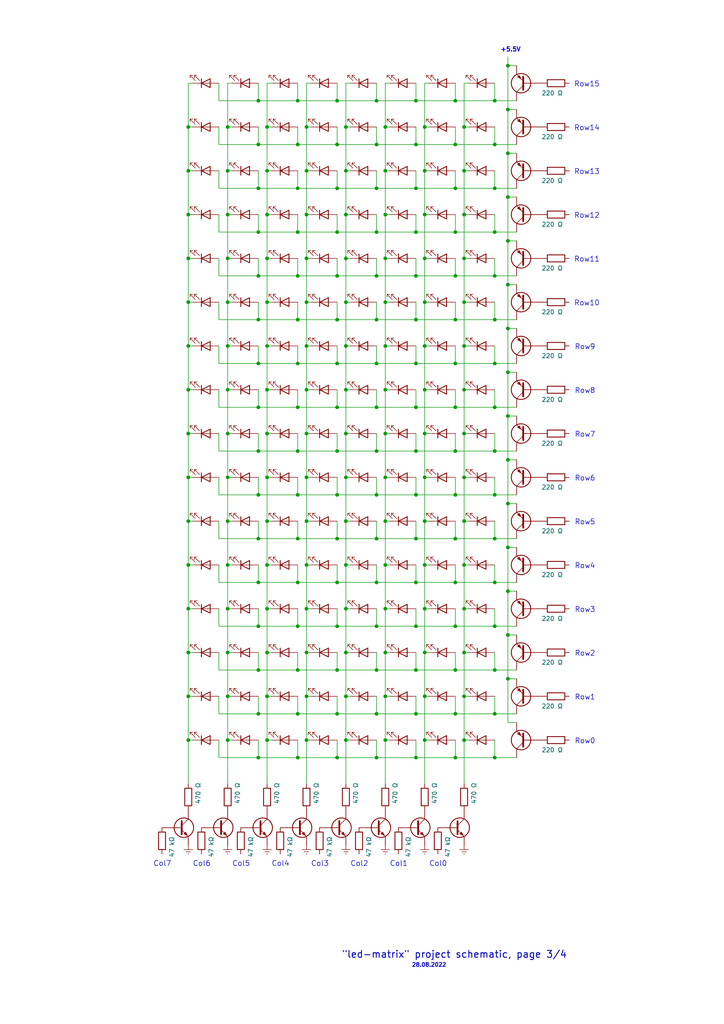
<source format=kicad_sch>
(kicad_sch (version 20211123) (generator eeschema)
  (paper "A4" portrait)
  (junction (at 143.51 156.21))
  (junction (at 74.93 118.11))
  (junction (at 100.33 201.93))
  (junction (at 109.22 92.71))
  (junction (at 88.9 138.43))
  (junction (at 120.65 80.01))
  (junction (at 54.61 113.03))
  (junction (at 97.79 41.91))
  (junction (at 74.93 29.21))
  (junction (at 123.19 62.23))
  (junction (at 74.93 207.01))
  (junction (at 88.9 189.23))
  (junction (at 120.65 41.91))
  (junction (at 88.9 113.03))
  (junction (at 66.04 176.53))
  (junction (at 111.76 100.33))
  (junction (at 54.61 100.33))
  (junction (at 134.62 176.53))
  (junction (at 86.36 219.71))
  (junction (at 132.08 219.71))
  (junction (at 123.19 151.13))
  (junction (at 120.65 67.31))
  (junction (at 123.19 74.93))
  (junction (at 54.61 62.23))
  (junction (at 109.22 143.51))
  (junction (at 77.47 87.63))
  (junction (at 120.65 29.21))
  (junction (at 86.36 118.11))
  (junction (at 132.08 54.61))
  (junction (at 86.36 143.51))
  (junction (at 109.22 130.81))
  (junction (at 134.62 138.43))
  (junction (at 143.51 80.01))
  (junction (at 97.79 105.41))
  (junction (at 143.51 219.71))
  (junction (at 120.65 194.31))
  (junction (at 123.19 214.63))
  (junction (at 77.47 62.23))
  (junction (at 86.36 67.31))
  (junction (at 97.79 118.11))
  (junction (at 66.04 113.03))
  (junction (at 86.36 194.31))
  (junction (at 111.76 62.23))
  (junction (at 88.9 49.53))
  (junction (at 74.93 143.51))
  (junction (at 74.93 168.91))
  (junction (at 88.9 87.63))
  (junction (at 147.32 133.35))
  (junction (at 66.04 36.83))
  (junction (at 74.93 92.71))
  (junction (at 66.04 62.23))
  (junction (at 111.76 87.63))
  (junction (at 86.36 80.01))
  (junction (at 134.62 214.63))
  (junction (at 120.65 168.91))
  (junction (at 143.51 29.21))
  (junction (at 100.33 214.63))
  (junction (at 143.51 54.61))
  (junction (at 123.19 201.93))
  (junction (at 77.47 163.83))
  (junction (at 74.93 219.71))
  (junction (at 109.22 181.61))
  (junction (at 100.33 87.63))
  (junction (at 111.76 138.43))
  (junction (at 66.04 74.93))
  (junction (at 143.51 41.91))
  (junction (at 132.08 156.21))
  (junction (at 134.62 125.73))
  (junction (at 111.76 214.63))
  (junction (at 147.32 19.05))
  (junction (at 147.32 158.75))
  (junction (at 88.9 163.83))
  (junction (at 88.9 100.33))
  (junction (at 74.93 194.31))
  (junction (at 147.32 196.85))
  (junction (at 77.47 74.93))
  (junction (at 66.04 138.43))
  (junction (at 54.61 151.13))
  (junction (at 74.93 156.21))
  (junction (at 97.79 207.01))
  (junction (at 134.62 74.93))
  (junction (at 86.36 181.61))
  (junction (at 109.22 105.41))
  (junction (at 109.22 80.01))
  (junction (at 54.61 49.53))
  (junction (at 120.65 54.61))
  (junction (at 97.79 92.71))
  (junction (at 109.22 29.21))
  (junction (at 147.32 171.45))
  (junction (at 88.9 62.23))
  (junction (at 134.62 201.93))
  (junction (at 54.61 36.83))
  (junction (at 120.65 207.01))
  (junction (at 100.33 49.53))
  (junction (at 66.04 100.33))
  (junction (at 66.04 125.73))
  (junction (at 132.08 67.31))
  (junction (at 66.04 163.83))
  (junction (at 120.65 219.71))
  (junction (at 143.51 143.51))
  (junction (at 120.65 156.21))
  (junction (at 143.51 118.11))
  (junction (at 97.79 168.91))
  (junction (at 100.33 138.43))
  (junction (at 120.65 130.81))
  (junction (at 132.08 130.81))
  (junction (at 123.19 113.03))
  (junction (at 134.62 62.23))
  (junction (at 97.79 29.21))
  (junction (at 100.33 151.13))
  (junction (at 97.79 143.51))
  (junction (at 86.36 54.61))
  (junction (at 132.08 92.71))
  (junction (at 66.04 201.93))
  (junction (at 111.76 189.23))
  (junction (at 109.22 156.21))
  (junction (at 97.79 54.61))
  (junction (at 54.61 214.63))
  (junction (at 77.47 151.13))
  (junction (at 86.36 156.21))
  (junction (at 100.33 36.83))
  (junction (at 77.47 100.33))
  (junction (at 88.9 176.53))
  (junction (at 54.61 176.53))
  (junction (at 147.32 146.05))
  (junction (at 123.19 138.43))
  (junction (at 88.9 36.83))
  (junction (at 143.51 194.31))
  (junction (at 123.19 49.53))
  (junction (at 77.47 214.63))
  (junction (at 74.93 67.31))
  (junction (at 109.22 118.11))
  (junction (at 77.47 176.53))
  (junction (at 109.22 54.61))
  (junction (at 111.76 74.93))
  (junction (at 97.79 130.81))
  (junction (at 88.9 214.63))
  (junction (at 109.22 219.71))
  (junction (at 123.19 100.33))
  (junction (at 134.62 163.83))
  (junction (at 132.08 194.31))
  (junction (at 86.36 130.81))
  (junction (at 77.47 113.03))
  (junction (at 77.47 138.43))
  (junction (at 143.51 207.01))
  (junction (at 134.62 87.63))
  (junction (at 132.08 181.61))
  (junction (at 74.93 130.81))
  (junction (at 134.62 151.13))
  (junction (at 143.51 130.81))
  (junction (at 54.61 87.63))
  (junction (at 88.9 74.93))
  (junction (at 109.22 168.91))
  (junction (at 54.61 74.93))
  (junction (at 74.93 41.91))
  (junction (at 132.08 143.51))
  (junction (at 97.79 156.21))
  (junction (at 111.76 36.83))
  (junction (at 123.19 176.53))
  (junction (at 143.51 92.71))
  (junction (at 120.65 181.61))
  (junction (at 54.61 163.83))
  (junction (at 77.47 201.93))
  (junction (at 120.65 105.41))
  (junction (at 97.79 67.31))
  (junction (at 120.65 143.51))
  (junction (at 147.32 107.95))
  (junction (at 54.61 138.43))
  (junction (at 123.19 189.23))
  (junction (at 97.79 219.71))
  (junction (at 100.33 163.83))
  (junction (at 97.79 194.31))
  (junction (at 74.93 105.41))
  (junction (at 66.04 87.63))
  (junction (at 100.33 113.03))
  (junction (at 54.61 189.23))
  (junction (at 123.19 163.83))
  (junction (at 111.76 151.13))
  (junction (at 109.22 67.31))
  (junction (at 147.32 44.45))
  (junction (at 100.33 125.73))
  (junction (at 77.47 125.73))
  (junction (at 100.33 74.93))
  (junction (at 74.93 181.61))
  (junction (at 132.08 80.01))
  (junction (at 111.76 201.93))
  (junction (at 86.36 207.01))
  (junction (at 77.47 36.83))
  (junction (at 123.19 36.83))
  (junction (at 134.62 49.53))
  (junction (at 132.08 105.41))
  (junction (at 132.08 41.91))
  (junction (at 109.22 207.01))
  (junction (at 147.32 95.25))
  (junction (at 66.04 189.23))
  (junction (at 143.51 168.91))
  (junction (at 143.51 105.41))
  (junction (at 86.36 41.91))
  (junction (at 66.04 214.63))
  (junction (at 77.47 189.23))
  (junction (at 120.65 118.11))
  (junction (at 100.33 176.53))
  (junction (at 132.08 29.21))
  (junction (at 111.76 176.53))
  (junction (at 123.19 125.73))
  (junction (at 74.93 54.61))
  (junction (at 66.04 49.53))
  (junction (at 147.32 184.15))
  (junction (at 86.36 105.41))
  (junction (at 86.36 29.21))
  (junction (at 111.76 163.83))
  (junction (at 132.08 118.11))
  (junction (at 134.62 189.23))
  (junction (at 147.32 57.15))
  (junction (at 134.62 36.83))
  (junction (at 88.9 125.73))
  (junction (at 143.51 181.61))
  (junction (at 88.9 151.13))
  (junction (at 111.76 125.73))
  (junction (at 66.04 151.13))
  (junction (at 111.76 113.03))
  (junction (at 143.51 67.31))
  (junction (at 109.22 41.91))
  (junction (at 100.33 189.23))
  (junction (at 120.65 92.71))
  (junction (at 100.33 62.23))
  (junction (at 109.22 194.31))
  (junction (at 74.93 80.01))
  (junction (at 134.62 100.33))
  (junction (at 88.9 201.93))
  (junction (at 147.32 69.85))
  (junction (at 54.61 201.93))
  (junction (at 132.08 207.01))
  (junction (at 147.32 120.65))
  (junction (at 147.32 82.55))
  (junction (at 54.61 125.73))
  (junction (at 97.79 80.01))
  (junction (at 86.36 168.91))
  (junction (at 123.19 87.63))
  (junction (at 134.62 113.03))
  (junction (at 86.36 92.71))
  (junction (at 111.76 49.53))
  (junction (at 97.79 181.61))
  (junction (at 147.32 31.75))
  (junction (at 132.08 168.91))
  (junction (at 100.33 100.33))
  (junction (at 77.47 49.53))
  (wire (pts (xy 97.79 80.01) (xy 86.36 80.01)))
  (wire (pts (xy 132.08 74.93) (xy 132.08 80.01)))
  (wire (pts (xy 132.08 143.51) (xy 120.65 143.51)))
  (wire (pts (xy 135.89 138.43) (xy 134.62 138.43)))
  (wire (pts (xy 135.89 49.53) (xy 134.62 49.53)))
  (wire (pts (xy 88.9 74.93) (xy 88.9 87.63)))
  (wire (pts (xy 132.08 194.31) (xy 120.65 194.31)))
  (wire (pts (xy 120.65 87.63) (xy 120.65 92.71)))
  (wire (pts (xy 100.33 24.13) (xy 100.33 36.83)))
  (wire (pts (xy 97.79 118.11) (xy 86.36 118.11)))
  (wire (pts (xy 111.76 36.83) (xy 113.03 36.83)))
  (wire (pts (xy 86.36 113.03) (xy 86.36 118.11)))
  (wire (pts (xy 120.65 74.93) (xy 120.65 80.01)))
  (wire (pts (xy 63.5 87.63) (xy 63.5 92.71)))
  (wire (pts (xy 100.33 176.53) (xy 101.6 176.53)))
  (wire (pts (xy 100.33 163.83) (xy 101.6 163.83)))
  (wire (pts (xy 100.33 113.03) (xy 100.33 125.73)))
  (wire (pts (xy 132.08 163.83) (xy 132.08 168.91)))
  (wire (pts (xy 66.04 62.23) (xy 67.31 62.23)))
  (wire (pts (xy 74.93 168.91) (xy 63.5 168.91)))
  (wire (pts (xy 77.47 176.53) (xy 78.74 176.53)))
  (wire (pts (xy 100.33 125.73) (xy 101.6 125.73)))
  (wire (pts (xy 86.36 67.31) (xy 74.93 67.31)))
  (wire (pts (xy 88.9 201.93) (xy 90.17 201.93)))
  (wire (pts (xy 123.19 189.23) (xy 124.46 189.23)))
  (wire (pts (xy 54.61 87.63) (xy 54.61 100.33)))
  (wire (pts (xy 74.93 54.61) (xy 63.5 54.61)))
  (wire (pts (xy 86.36 138.43) (xy 86.36 143.51)))
  (wire (pts (xy 143.51 156.21) (xy 132.08 156.21)))
  (wire (pts (xy 149.86 95.25) (xy 147.32 95.25)))
  (wire (pts (xy 74.93 105.41) (xy 63.5 105.41)))
  (wire (pts (xy 120.65 118.11) (xy 109.22 118.11)))
  (wire (pts (xy 86.36 118.11) (xy 74.93 118.11)))
  (wire (pts (xy 123.19 49.53) (xy 123.19 62.23)))
  (wire (pts (xy 111.76 214.63) (xy 111.76 227.33)))
  (wire (pts (xy 88.9 24.13) (xy 90.17 24.13)))
  (wire (pts (xy 123.19 214.63) (xy 124.46 214.63)))
  (wire (pts (xy 143.51 207.01) (xy 132.08 207.01)))
  (wire (pts (xy 120.65 156.21) (xy 109.22 156.21)))
  (wire (pts (xy 123.19 138.43) (xy 124.46 138.43)))
  (wire (pts (xy 100.33 201.93) (xy 101.6 201.93)))
  (wire (pts (xy 86.36 194.31) (xy 74.93 194.31)))
  (wire (pts (xy 143.51 138.43) (xy 143.51 143.51)))
  (wire (pts (xy 143.51 105.41) (xy 132.08 105.41)))
  (wire (pts (xy 149.86 130.81) (xy 143.51 130.81)))
  (wire (pts (xy 77.47 163.83) (xy 78.74 163.83)))
  (wire (pts (xy 109.22 49.53) (xy 109.22 54.61)))
  (wire (pts (xy 97.79 163.83) (xy 97.79 168.91)))
  (wire (pts (xy 88.9 176.53) (xy 88.9 189.23)))
  (wire (pts (xy 111.76 36.83) (xy 111.76 49.53)))
  (wire (pts (xy 111.76 151.13) (xy 111.76 163.83)))
  (wire (pts (xy 149.86 80.01) (xy 143.51 80.01)))
  (wire (pts (xy 111.76 113.03) (xy 111.76 125.73)))
  (wire (pts (xy 123.19 87.63) (xy 124.46 87.63)))
  (wire (pts (xy 97.79 105.41) (xy 109.22 105.41)))
  (wire (pts (xy 132.08 41.91) (xy 120.65 41.91)))
  (wire (pts (xy 149.86 57.15) (xy 147.32 57.15)))
  (wire (pts (xy 120.65 181.61) (xy 109.22 181.61)))
  (wire (pts (xy 109.22 176.53) (xy 109.22 181.61)))
  (wire (pts (xy 66.04 138.43) (xy 66.04 151.13)))
  (wire (pts (xy 149.86 209.55) (xy 147.32 209.55)))
  (wire (pts (xy 100.33 62.23) (xy 100.33 74.93)))
  (wire (pts (xy 54.61 36.83) (xy 55.88 36.83)))
  (wire (pts (xy 66.04 113.03) (xy 66.04 125.73)))
  (wire (pts (xy 86.36 163.83) (xy 86.36 168.91)))
  (wire (pts (xy 63.5 151.13) (xy 63.5 156.21)))
  (wire (pts (xy 147.32 196.85) (xy 147.32 209.55)))
  (wire (pts (xy 54.61 49.53) (xy 55.88 49.53)))
  (wire (pts (xy 111.76 138.43) (xy 113.03 138.43)))
  (wire (pts (xy 86.36 74.93) (xy 86.36 80.01)))
  (wire (pts (xy 74.93 67.31) (xy 63.5 67.31)))
  (wire (pts (xy 63.5 138.43) (xy 63.5 143.51)))
  (wire (pts (xy 143.51 92.71) (xy 132.08 92.71)))
  (wire (pts (xy 100.33 87.63) (xy 100.33 100.33)))
  (wire (pts (xy 123.19 24.13) (xy 124.46 24.13)))
  (wire (pts (xy 132.08 201.93) (xy 132.08 207.01)))
  (wire (pts (xy 74.93 118.11) (xy 63.5 118.11)))
  (wire (pts (xy 120.65 194.31) (xy 109.22 194.31)))
  (wire (pts (xy 97.79 113.03) (xy 97.79 118.11)))
  (wire (pts (xy 66.04 87.63) (xy 66.04 100.33)))
  (wire (pts (xy 100.33 201.93) (xy 100.33 214.63)))
  (wire (pts (xy 63.5 62.23) (xy 63.5 67.31)))
  (wire (pts (xy 149.86 44.45) (xy 147.32 44.45)))
  (wire (pts (xy 74.93 36.83) (xy 74.93 41.91)))
  (wire (pts (xy 134.62 100.33) (xy 134.62 113.03)))
  (wire (pts (xy 63.5 189.23) (xy 63.5 194.31)))
  (wire (pts (xy 97.79 181.61) (xy 109.22 181.61)))
  (wire (pts (xy 135.89 176.53) (xy 134.62 176.53)))
  (wire (pts (xy 54.61 100.33) (xy 55.88 100.33)))
  (wire (pts (xy 143.51 176.53) (xy 143.51 181.61)))
  (wire (pts (xy 77.47 201.93) (xy 78.74 201.93)))
  (wire (pts (xy 66.04 49.53) (xy 66.04 62.23)))
  (wire (pts (xy 132.08 36.83) (xy 132.08 41.91)))
  (wire (pts (xy 66.04 24.13) (xy 66.04 36.83)))
  (wire (pts (xy 63.5 74.93) (xy 63.5 80.01)))
  (wire (pts (xy 77.47 151.13) (xy 77.47 163.83)))
  (wire (pts (xy 135.89 113.03) (xy 134.62 113.03)))
  (wire (pts (xy 143.51 194.31) (xy 132.08 194.31)))
  (wire (pts (xy 74.93 113.03) (xy 74.93 118.11)))
  (wire (pts (xy 143.51 62.23) (xy 143.51 67.31)))
  (wire (pts (xy 147.32 146.05) (xy 147.32 158.75)))
  (wire (pts (xy 132.08 80.01) (xy 120.65 80.01)))
  (wire (pts (xy 143.51 113.03) (xy 143.51 118.11)))
  (wire (pts (xy 66.04 62.23) (xy 66.04 74.93)))
  (wire (pts (xy 100.33 24.13) (xy 101.6 24.13)))
  (wire (pts (xy 143.51 29.21) (xy 132.08 29.21)))
  (wire (pts (xy 66.04 214.63) (xy 67.31 214.63)))
  (wire (pts (xy 149.86 146.05) (xy 147.32 146.05)))
  (wire (pts (xy 88.9 62.23) (xy 88.9 74.93)))
  (wire (pts (xy 74.93 163.83) (xy 74.93 168.91)))
  (wire (pts (xy 77.47 49.53) (xy 77.47 62.23)))
  (wire (pts (xy 134.62 138.43) (xy 134.62 151.13)))
  (wire (pts (xy 74.93 130.81) (xy 63.5 130.81)))
  (wire (pts (xy 135.89 189.23) (xy 134.62 189.23)))
  (wire (pts (xy 88.9 214.63) (xy 88.9 227.33)))
  (wire (pts (xy 135.89 24.13) (xy 134.62 24.13)))
  (wire (pts (xy 97.79 156.21) (xy 109.22 156.21)))
  (wire (pts (xy 54.61 87.63) (xy 55.88 87.63)))
  (wire (pts (xy 109.22 87.63) (xy 109.22 92.71)))
  (wire (pts (xy 135.89 74.93) (xy 134.62 74.93)))
  (wire (pts (xy 132.08 113.03) (xy 132.08 118.11)))
  (wire (pts (xy 66.04 176.53) (xy 66.04 189.23)))
  (wire (pts (xy 120.65 189.23) (xy 120.65 194.31)))
  (wire (pts (xy 111.76 163.83) (xy 113.03 163.83)))
  (wire (pts (xy 111.76 176.53) (xy 113.03 176.53)))
  (wire (pts (xy 135.89 87.63) (xy 134.62 87.63)))
  (wire (pts (xy 111.76 74.93) (xy 113.03 74.93)))
  (wire (pts (xy 97.79 49.53) (xy 97.79 54.61)))
  (wire (pts (xy 111.76 151.13) (xy 113.03 151.13)))
  (wire (pts (xy 86.36 130.81) (xy 74.93 130.81)))
  (wire (pts (xy 54.61 176.53) (xy 55.88 176.53)))
  (wire (pts (xy 120.65 105.41) (xy 109.22 105.41)))
  (wire (pts (xy 120.65 176.53) (xy 120.65 181.61)))
  (wire (pts (xy 149.86 158.75) (xy 147.32 158.75)))
  (wire (pts (xy 97.79 125.73) (xy 97.79 130.81)))
  (wire (pts (xy 100.33 49.53) (xy 100.33 62.23)))
  (wire (pts (xy 143.51 219.71) (xy 132.08 219.71)))
  (wire (pts (xy 88.9 24.13) (xy 88.9 36.83)))
  (wire (pts (xy 132.08 207.01) (xy 120.65 207.01)))
  (wire (pts (xy 97.79 67.31) (xy 86.36 67.31)))
  (wire (pts (xy 74.93 62.23) (xy 74.93 67.31)))
  (wire (pts (xy 97.79 130.81) (xy 86.36 130.81)))
  (wire (pts (xy 97.79 67.31) (xy 109.22 67.31)))
  (wire (pts (xy 111.76 189.23) (xy 113.03 189.23)))
  (wire (pts (xy 66.04 125.73) (xy 66.04 138.43)))
  (wire (pts (xy 77.47 151.13) (xy 78.74 151.13)))
  (wire (pts (xy 77.47 74.93) (xy 77.47 87.63)))
  (wire (pts (xy 147.32 171.45) (xy 147.32 184.15)))
  (wire (pts (xy 88.9 62.23) (xy 90.17 62.23)))
  (wire (pts (xy 74.93 219.71) (xy 63.5 219.71)))
  (wire (pts (xy 111.76 49.53) (xy 111.76 62.23)))
  (wire (pts (xy 123.19 201.93) (xy 124.46 201.93)))
  (wire (pts (xy 74.93 74.93) (xy 74.93 80.01)))
  (wire (pts (xy 123.19 100.33) (xy 124.46 100.33)))
  (wire (pts (xy 143.51 36.83) (xy 143.51 41.91)))
  (wire (pts (xy 149.86 107.95) (xy 147.32 107.95)))
  (wire (pts (xy 97.79 168.91) (xy 109.22 168.91)))
  (wire (pts (xy 63.5 214.63) (xy 63.5 219.71)))
  (wire (pts (xy 149.86 156.21) (xy 143.51 156.21)))
  (wire (pts (xy 109.22 125.73) (xy 109.22 130.81)))
  (wire (pts (xy 132.08 168.91) (xy 120.65 168.91)))
  (wire (pts (xy 147.32 57.15) (xy 147.32 69.85)))
  (wire (pts (xy 54.61 36.83) (xy 54.61 49.53)))
  (wire (pts (xy 66.04 201.93) (xy 67.31 201.93)))
  (wire (pts (xy 86.36 207.01) (xy 74.93 207.01)))
  (wire (pts (xy 66.04 151.13) (xy 66.04 163.83)))
  (wire (pts (xy 86.36 168.91) (xy 74.93 168.91)))
  (wire (pts (xy 120.65 125.73) (xy 120.65 130.81)))
  (wire (pts (xy 120.65 138.43) (xy 120.65 143.51)))
  (wire (pts (xy 97.79 219.71) (xy 86.36 219.71)))
  (wire (pts (xy 149.86 184.15) (xy 147.32 184.15)))
  (wire (pts (xy 143.51 74.93) (xy 143.51 80.01)))
  (wire (pts (xy 97.79 41.91) (xy 109.22 41.91)))
  (wire (pts (xy 66.04 201.93) (xy 66.04 214.63)))
  (wire (pts (xy 74.93 181.61) (xy 63.5 181.61)))
  (wire (pts (xy 77.47 125.73) (xy 77.47 138.43)))
  (wire (pts (xy 54.61 24.13) (xy 55.88 24.13)))
  (wire (pts (xy 97.79 118.11) (xy 109.22 118.11)))
  (wire (pts (xy 88.9 49.53) (xy 90.17 49.53)))
  (wire (pts (xy 88.9 125.73) (xy 90.17 125.73)))
  (wire (pts (xy 77.47 189.23) (xy 78.74 189.23)))
  (wire (pts (xy 77.47 62.23) (xy 78.74 62.23)))
  (wire (pts (xy 66.04 113.03) (xy 67.31 113.03)))
  (wire (pts (xy 77.47 138.43) (xy 78.74 138.43)))
  (wire (pts (xy 134.62 74.93) (xy 134.62 87.63)))
  (wire (pts (xy 134.62 176.53) (xy 134.62 189.23)))
  (wire (pts (xy 123.19 163.83) (xy 123.19 176.53)))
  (wire (pts (xy 86.36 41.91) (xy 74.93 41.91)))
  (wire (pts (xy 123.19 125.73) (xy 123.19 138.43)))
  (wire (pts (xy 149.86 105.41) (xy 143.51 105.41)))
  (wire (pts (xy 132.08 100.33) (xy 132.08 105.41)))
  (wire (pts (xy 100.33 74.93) (xy 100.33 87.63)))
  (wire (pts (xy 97.79 214.63) (xy 97.79 219.71)))
  (wire (pts (xy 100.33 36.83) (xy 100.33 49.53)))
  (wire (pts (xy 97.79 207.01) (xy 86.36 207.01)))
  (wire (pts (xy 149.86 19.05) (xy 147.32 19.05)))
  (wire (pts (xy 123.19 113.03) (xy 124.46 113.03)))
  (wire (pts (xy 109.22 62.23) (xy 109.22 67.31)))
  (wire (pts (xy 86.36 189.23) (xy 86.36 194.31)))
  (wire (pts (xy 63.5 163.83) (xy 63.5 168.91)))
  (wire (pts (xy 132.08 130.81) (xy 120.65 130.81)))
  (wire (pts (xy 147.32 95.25) (xy 147.32 107.95)))
  (wire (pts (xy 100.33 151.13) (xy 100.33 163.83)))
  (wire (pts (xy 132.08 176.53) (xy 132.08 181.61)))
  (wire (pts (xy 86.36 29.21) (xy 74.93 29.21)))
  (wire (pts (xy 123.19 125.73) (xy 124.46 125.73)))
  (wire (pts (xy 100.33 125.73) (xy 100.33 138.43)))
  (wire (pts (xy 149.86 31.75) (xy 147.32 31.75)))
  (wire (pts (xy 88.9 74.93) (xy 90.17 74.93)))
  (wire (pts (xy 77.47 214.63) (xy 77.47 227.33)))
  (wire (pts (xy 97.79 92.71) (xy 86.36 92.71)))
  (wire (pts (xy 132.08 62.23) (xy 132.08 67.31)))
  (wire (pts (xy 149.86 219.71) (xy 143.51 219.71)))
  (wire (pts (xy 63.5 49.53) (xy 63.5 54.61)))
  (wire (pts (xy 88.9 49.53) (xy 88.9 62.23)))
  (wire (pts (xy 74.93 176.53) (xy 74.93 181.61)))
  (wire (pts (xy 100.33 113.03) (xy 101.6 113.03)))
  (wire (pts (xy 109.22 36.83) (xy 109.22 41.91)))
  (wire (pts (xy 54.61 201.93) (xy 55.88 201.93)))
  (wire (pts (xy 97.79 219.71) (xy 109.22 219.71)))
  (wire (pts (xy 100.33 138.43) (xy 101.6 138.43)))
  (wire (pts (xy 109.22 201.93) (xy 109.22 207.01)))
  (wire (pts (xy 111.76 176.53) (xy 111.76 189.23)))
  (wire (pts (xy 149.86 196.85) (xy 147.32 196.85)))
  (wire (pts (xy 97.79 138.43) (xy 97.79 143.51)))
  (wire (pts (xy 66.04 163.83) (xy 66.04 176.53)))
  (wire (pts (xy 120.65 113.03) (xy 120.65 118.11)))
  (wire (pts (xy 66.04 74.93) (xy 67.31 74.93)))
  (wire (pts (xy 120.65 54.61) (xy 109.22 54.61)))
  (wire (pts (xy 74.93 194.31) (xy 63.5 194.31)))
  (wire (pts (xy 63.5 176.53) (xy 63.5 181.61)))
  (wire (pts (xy 88.9 163.83) (xy 88.9 176.53)))
  (wire (pts (xy 54.61 100.33) (xy 54.61 113.03)))
  (wire (pts (xy 120.65 100.33) (xy 120.65 105.41)))
  (wire (pts (xy 147.32 44.45) (xy 147.32 57.15)))
  (wire (pts (xy 147.32 82.55) (xy 147.32 95.25)))
  (wire (pts (xy 123.19 163.83) (xy 124.46 163.83)))
  (wire (pts (xy 147.32 107.95) (xy 147.32 120.65)))
  (wire (pts (xy 135.89 125.73) (xy 134.62 125.73)))
  (wire (pts (xy 97.79 29.21) (xy 109.22 29.21)))
  (wire (pts (xy 54.61 24.13) (xy 54.61 36.83)))
  (wire (pts (xy 74.93 87.63) (xy 74.93 92.71)))
  (wire (pts (xy 147.32 31.75) (xy 147.32 44.45)))
  (wire (pts (xy 111.76 100.33) (xy 113.03 100.33)))
  (wire (pts (xy 134.62 189.23) (xy 134.62 201.93)))
  (wire (pts (xy 63.5 36.83) (xy 63.5 41.91)))
  (wire (pts (xy 135.89 100.33) (xy 134.62 100.33)))
  (wire (pts (xy 111.76 49.53) (xy 113.03 49.53)))
  (wire (pts (xy 63.5 100.33) (xy 63.5 105.41)))
  (wire (pts (xy 149.86 69.85) (xy 147.32 69.85)))
  (wire (pts (xy 97.79 24.13) (xy 97.79 29.21)))
  (wire (pts (xy 143.51 168.91) (xy 132.08 168.91)))
  (wire (pts (xy 123.19 87.63) (xy 123.19 100.33)))
  (wire (pts (xy 149.86 133.35) (xy 147.32 133.35)))
  (wire (pts (xy 143.51 125.73) (xy 143.51 130.81)))
  (wire (pts (xy 54.61 113.03) (xy 55.88 113.03)))
  (wire (pts (xy 88.9 163.83) (xy 90.17 163.83)))
  (wire (pts (xy 120.65 67.31) (xy 109.22 67.31)))
  (wire (pts (xy 77.47 125.73) (xy 78.74 125.73)))
  (wire (pts (xy 123.19 176.53) (xy 124.46 176.53)))
  (wire (pts (xy 66.04 125.73) (xy 67.31 125.73)))
  (wire (pts (xy 143.51 143.51) (xy 132.08 143.51)))
  (wire (pts (xy 97.79 143.51) (xy 86.36 143.51)))
  (wire (pts (xy 86.36 54.61) (xy 74.93 54.61)))
  (wire (pts (xy 54.61 49.53) (xy 54.61 62.23)))
  (wire (pts (xy 88.9 138.43) (xy 90.17 138.43)))
  (wire (pts (xy 88.9 36.83) (xy 90.17 36.83)))
  (wire (pts (xy 74.93 41.91) (xy 63.5 41.91)))
  (wire (pts (xy 109.22 74.93) (xy 109.22 80.01)))
  (wire (pts (xy 77.47 100.33) (xy 78.74 100.33)))
  (wire (pts (xy 97.79 54.61) (xy 86.36 54.61)))
  (wire (pts (xy 132.08 67.31) (xy 120.65 67.31)))
  (wire (pts (xy 132.08 24.13) (xy 132.08 29.21)))
  (wire (pts (xy 132.08 156.21) (xy 120.65 156.21)))
  (wire (pts (xy 97.79 87.63) (xy 97.79 92.71)))
  (wire (pts (xy 77.47 201.93) (xy 77.47 214.63)))
  (wire (pts (xy 143.51 189.23) (xy 143.51 194.31)))
  (wire (pts (xy 111.76 62.23) (xy 113.03 62.23)))
  (wire (pts (xy 147.32 158.75) (xy 147.32 171.45)))
  (wire (pts (xy 147.32 184.15) (xy 147.32 196.85)))
  (wire (pts (xy 97.79 143.51) (xy 109.22 143.51)))
  (wire (pts (xy 74.93 151.13) (xy 74.93 156.21)))
  (wire (pts (xy 111.76 74.93) (xy 111.76 87.63)))
  (wire (pts (xy 66.04 24.13) (xy 67.31 24.13)))
  (wire (pts (xy 143.51 151.13) (xy 143.51 156.21)))
  (wire (pts (xy 123.19 100.33) (xy 123.19 113.03)))
  (wire (pts (xy 77.47 87.63) (xy 78.74 87.63)))
  (wire (pts (xy 86.36 24.13) (xy 86.36 29.21)))
  (wire (pts (xy 97.79 36.83) (xy 97.79 41.91)))
  (wire (pts (xy 120.65 143.51) (xy 109.22 143.51)))
  (wire (pts (xy 120.65 62.23) (xy 120.65 67.31)))
  (wire (pts (xy 97.79 62.23) (xy 97.79 67.31)))
  (wire (pts (xy 132.08 214.63) (xy 132.08 219.71)))
  (wire (pts (xy 134.62 49.53) (xy 134.62 62.23)))
  (wire (pts (xy 149.86 143.51) (xy 143.51 143.51)))
  (wire (pts (xy 88.9 138.43) (xy 88.9 151.13)))
  (wire (pts (xy 135.89 62.23) (xy 134.62 62.23)))
  (wire (pts (xy 149.86 207.01) (xy 143.51 207.01)))
  (wire (pts (xy 77.47 62.23) (xy 77.47 74.93)))
  (wire (pts (xy 66.04 36.83) (xy 67.31 36.83)))
  (wire (pts (xy 97.79 207.01) (xy 109.22 207.01)))
  (wire (pts (xy 120.65 36.83) (xy 120.65 41.91)))
  (wire (pts (xy 54.61 74.93) (xy 55.88 74.93)))
  (wire (pts (xy 97.79 181.61) (xy 86.36 181.61)))
  (wire (pts (xy 54.61 62.23) (xy 54.61 74.93)))
  (wire (pts (xy 86.36 80.01) (xy 74.93 80.01)))
  (wire (pts (xy 54.61 113.03) (xy 54.61 125.73)))
  (wire (pts (xy 88.9 189.23) (xy 88.9 201.93)))
  (wire (pts (xy 77.47 189.23) (xy 77.47 201.93)))
  (wire (pts (xy 143.51 24.13) (xy 143.51 29.21)))
  (wire (pts (xy 120.65 29.21) (xy 109.22 29.21)))
  (wire (pts (xy 97.79 156.21) (xy 86.36 156.21)))
  (wire (pts (xy 120.65 92.71) (xy 109.22 92.71)))
  (wire (pts (xy 74.93 29.21) (xy 63.5 29.21)))
  (wire (pts (xy 149.86 181.61) (xy 143.51 181.61)))
  (wire (pts (xy 77.47 163.83) (xy 77.47 176.53)))
  (wire (pts (xy 111.76 87.63) (xy 111.76 100.33)))
  (wire (pts (xy 77.47 113.03) (xy 77.47 125.73)))
  (wire (pts (xy 149.86 41.91) (xy 143.51 41.91)))
  (wire (pts (xy 77.47 74.93) (xy 78.74 74.93)))
  (wire (pts (xy 86.36 219.71) (xy 74.93 219.71)))
  (wire (pts (xy 88.9 125.73) (xy 88.9 138.43)))
  (wire (pts (xy 111.76 201.93) (xy 111.76 214.63)))
  (wire (pts (xy 54.61 163.83) (xy 55.88 163.83)))
  (wire (pts (xy 132.08 151.13) (xy 132.08 156.21)))
  (wire (pts (xy 109.22 151.13) (xy 109.22 156.21)))
  (wire (pts (xy 120.65 214.63) (xy 120.65 219.71)))
  (wire (pts (xy 86.36 151.13) (xy 86.36 156.21)))
  (wire (pts (xy 123.19 176.53) (xy 123.19 189.23)))
  (wire (pts (xy 66.04 36.83) (xy 66.04 49.53)))
  (wire (pts (xy 149.86 82.55) (xy 147.32 82.55)))
  (wire (pts (xy 74.93 24.13) (xy 74.93 29.21)))
  (wire (pts (xy 143.51 214.63) (xy 143.51 219.71)))
  (wire (pts (xy 63.5 24.13) (xy 63.5 29.21)))
  (wire (pts (xy 120.65 151.13) (xy 120.65 156.21)))
  (wire (pts (xy 132.08 118.11) (xy 120.65 118.11)))
  (wire (pts (xy 54.61 201.93) (xy 54.61 214.63)))
  (wire (pts (xy 86.36 156.21) (xy 74.93 156.21)))
  (wire (pts (xy 66.04 49.53) (xy 67.31 49.53)))
  (wire (pts (xy 123.19 113.03) (xy 123.19 125.73)))
  (wire (pts (xy 135.89 214.63) (xy 134.62 214.63)))
  (wire (pts (xy 111.76 163.83) (xy 111.76 176.53)))
  (wire (pts (xy 120.65 41.91) (xy 109.22 41.91)))
  (wire (pts (xy 135.89 201.93) (xy 134.62 201.93)))
  (wire (pts (xy 66.04 100.33) (xy 66.04 113.03)))
  (wire (pts (xy 54.61 138.43) (xy 54.61 151.13)))
  (wire (pts (xy 77.47 113.03) (xy 78.74 113.03)))
  (wire (pts (xy 77.47 176.53) (xy 77.47 189.23)))
  (wire (pts (xy 88.9 87.63) (xy 88.9 100.33)))
  (wire (pts (xy 111.76 125.73) (xy 111.76 138.43)))
  (wire (pts (xy 97.79 189.23) (xy 97.79 194.31)))
  (wire (pts (xy 123.19 151.13) (xy 124.46 151.13)))
  (wire (pts (xy 134.62 87.63) (xy 134.62 100.33)))
  (wire (pts (xy 74.93 92.71) (xy 63.5 92.71)))
  (wire (pts (xy 97.79 194.31) (xy 86.36 194.31)))
  (wire (pts (xy 149.86 29.21) (xy 143.51 29.21)))
  (wire (pts (xy 97.79 29.21) (xy 86.36 29.21)))
  (wire (pts (xy 77.47 214.63) (xy 78.74 214.63)))
  (wire (pts (xy 143.51 49.53) (xy 143.51 54.61)))
  (wire (pts (xy 74.93 189.23) (xy 74.93 194.31)))
  (wire (pts (xy 74.93 201.93) (xy 74.93 207.01)))
  (wire (pts (xy 88.9 100.33) (xy 90.17 100.33)))
  (wire (pts (xy 149.86 194.31) (xy 143.51 194.31)))
  (wire (pts (xy 86.36 181.61) (xy 74.93 181.61)))
  (wire (pts (xy 100.33 74.93) (xy 101.6 74.93)))
  (wire (pts (xy 111.76 113.03) (xy 113.03 113.03)))
  (wire (pts (xy 111.76 24.13) (xy 111.76 36.83)))
  (wire (pts (xy 111.76 24.13) (xy 113.03 24.13)))
  (wire (pts (xy 132.08 125.73) (xy 132.08 130.81)))
  (wire (pts (xy 66.04 87.63) (xy 67.31 87.63)))
  (wire (pts (xy 123.19 62.23) (xy 124.46 62.23)))
  (wire (pts (xy 109.22 24.13) (xy 109.22 29.21)))
  (wire (pts (xy 111.76 87.63) (xy 113.03 87.63)))
  (wire (pts (xy 88.9 36.83) (xy 88.9 49.53)))
  (wire (pts (xy 66.04 189.23) (xy 66.04 201.93)))
  (wire (pts (xy 100.33 36.83) (xy 101.6 36.83)))
  (wire (pts (xy 123.19 74.93) (xy 123.19 87.63)))
  (wire (pts (xy 77.47 87.63) (xy 77.47 100.33)))
  (wire (pts (xy 88.9 100.33) (xy 88.9 113.03)))
  (wire (pts (xy 88.9 214.63) (xy 90.17 214.63)))
  (wire (pts (xy 149.86 118.11) (xy 143.51 118.11)))
  (wire (pts (xy 109.22 163.83) (xy 109.22 168.91)))
  (wire (pts (xy 86.36 62.23) (xy 86.36 67.31)))
  (wire (pts (xy 143.51 181.61) (xy 132.08 181.61)))
  (wire (pts (xy 54.61 214.63) (xy 54.61 227.33)))
  (wire (pts (xy 97.79 105.41) (xy 86.36 105.41)))
  (wire (pts (xy 97.79 41.91) (xy 86.36 41.91)))
  (wire (pts (xy 97.79 74.93) (xy 97.79 80.01)))
  (wire (pts (xy 111.76 214.63) (xy 113.03 214.63)))
  (wire (pts (xy 132.08 219.71) (xy 120.65 219.71)))
  (wire (pts (xy 88.9 87.63) (xy 90.17 87.63)))
  (wire (pts (xy 74.93 125.73) (xy 74.93 130.81)))
  (wire (pts (xy 120.65 219.71) (xy 109.22 219.71)))
  (wire (pts (xy 135.89 36.83) (xy 134.62 36.83)))
  (wire (pts (xy 134.62 151.13) (xy 134.62 163.83)))
  (wire (pts (xy 123.19 62.23) (xy 123.19 74.93)))
  (wire (pts (xy 135.89 151.13) (xy 134.62 151.13)))
  (wire (pts (xy 123.19 74.93) (xy 124.46 74.93)))
  (wire (pts (xy 88.9 113.03) (xy 88.9 125.73)))
  (wire (pts (xy 111.76 189.23) (xy 111.76 201.93)))
  (wire (pts (xy 74.93 214.63) (xy 74.93 219.71)))
  (wire (pts (xy 111.76 138.43) (xy 111.76 151.13)))
  (wire (pts (xy 132.08 54.61) (xy 120.65 54.61)))
  (wire (pts (xy 123.19 138.43) (xy 123.19 151.13)))
  (wire (pts (xy 111.76 100.33) (xy 111.76 113.03)))
  (wire (pts (xy 134.62 24.13) (xy 134.62 36.83)))
  (wire (pts (xy 123.19 49.53) (xy 124.46 49.53)))
  (wire (pts (xy 77.47 49.53) (xy 78.74 49.53)))
  (wire (pts (xy 120.65 207.01) (xy 109.22 207.01)))
  (wire (pts (xy 120.65 130.81) (xy 109.22 130.81)))
  (wire (pts (xy 134.62 62.23) (xy 134.62 74.93)))
  (wire (pts (xy 109.22 100.33) (xy 109.22 105.41)))
  (wire (pts (xy 63.5 125.73) (xy 63.5 130.81)))
  (wire (pts (xy 97.79 130.81) (xy 109.22 130.81)))
  (wire (pts (xy 132.08 181.61) (xy 120.65 181.61)))
  (wire (pts (xy 66.04 151.13) (xy 67.31 151.13)))
  (wire (pts (xy 97.79 54.61) (xy 109.22 54.61)))
  (wire (pts (xy 123.19 189.23) (xy 123.19 201.93)))
  (wire (pts (xy 86.36 176.53) (xy 86.36 181.61)))
  (wire (pts (xy 88.9 151.13) (xy 90.17 151.13)))
  (wire (pts (xy 97.79 151.13) (xy 97.79 156.21)))
  (wire (pts (xy 100.33 138.43) (xy 100.33 151.13)))
  (wire (pts (xy 86.36 36.83) (xy 86.36 41.91)))
  (wire (pts (xy 109.22 138.43) (xy 109.22 143.51)))
  (wire (pts (xy 111.76 125.73) (xy 113.03 125.73)))
  (wire (pts (xy 74.93 138.43) (xy 74.93 143.51)))
  (wire (pts (xy 123.19 201.93) (xy 123.19 214.63)))
  (wire (pts (xy 97.79 80.01) (xy 109.22 80.01)))
  (wire (pts (xy 97.79 100.33) (xy 97.79 105.41)))
  (wire (pts (xy 132.08 92.71) (xy 120.65 92.71)))
  (wire (pts (xy 123.19 24.13) (xy 123.19 36.83)))
  (wire (pts (xy 143.51 80.01) (xy 132.08 80.01)))
  (wire (pts (xy 54.61 125.73) (xy 54.61 138.43)))
  (wire (pts (xy 77.47 36.83) (xy 77.47 49.53)))
  (wire (pts (xy 100.33 62.23) (xy 101.6 62.23)))
  (wire (pts (xy 74.93 100.33) (xy 74.93 105.41)))
  (wire (pts (xy 77.47 24.13) (xy 77.47 36.83)))
  (wire (pts (xy 86.36 125.73) (xy 86.36 130.81)))
  (wire (pts (xy 86.36 214.63) (xy 86.36 219.71)))
  (wire (pts (xy 132.08 189.23) (xy 132.08 194.31)))
  (wire (pts (xy 100.33 100.33) (xy 100.33 113.03)))
  (wire (pts (xy 66.04 138.43) (xy 67.31 138.43)))
  (wire (pts (xy 54.61 151.13) (xy 54.61 163.83)))
  (wire (pts (xy 97.79 194.31) (xy 109.22 194.31)))
  (wire (pts (xy 120.65 80.01) (xy 109.22 80.01)))
  (wire (pts (xy 54.61 163.83) (xy 54.61 176.53)))
  (wire (pts (xy 100.33 151.13) (xy 101.6 151.13)))
  (wire (pts (xy 123.19 214.63) (xy 123.19 227.33)))
  (wire (pts (xy 88.9 113.03) (xy 90.17 113.03)))
  (wire (pts (xy 97.79 201.93) (xy 97.79 207.01)))
  (wire (pts (xy 132.08 49.53) (xy 132.08 54.61)))
  (wire (pts (xy 109.22 214.63) (xy 109.22 219.71)))
  (wire (pts (xy 111.76 62.23) (xy 111.76 74.93)))
  (wire (pts (xy 54.61 189.23) (xy 54.61 201.93)))
  (wire (pts (xy 97.79 92.71) (xy 109.22 92.71)))
  (wire (pts (xy 54.61 151.13) (xy 55.88 151.13)))
  (wire (pts (xy 54.61 214.63) (xy 55.88 214.63)))
  (wire (pts (xy 134.62 125.73) (xy 134.62 138.43)))
  (wire (pts (xy 143.51 201.93) (xy 143.51 207.01)))
  (wire (pts (xy 147.32 69.85) (xy 147.32 82.55)))
  (wire (pts (xy 134.62 214.63) (xy 134.62 227.33)))
  (wire (pts (xy 54.61 138.43) (xy 55.88 138.43)))
  (wire (pts (xy 100.33 214.63) (xy 101.6 214.63)))
  (wire (pts (xy 147.32 120.65) (xy 147.32 133.35)))
  (wire (pts (xy 120.65 24.13) (xy 120.65 29.21)))
  (wire (pts (xy 100.33 49.53) (xy 101.6 49.53)))
  (wire (pts (xy 86.36 100.33) (xy 86.36 105.41)))
  (wire (pts (xy 88.9 201.93) (xy 88.9 214.63)))
  (wire (pts (xy 66.04 214.63) (xy 66.04 227.33)))
  (wire (pts (xy 77.47 36.83) (xy 78.74 36.83)))
  (wire (pts (xy 143.51 54.61) (xy 132.08 54.61)))
  (wire (pts (xy 77.47 24.13) (xy 78.74 24.13)))
  (wire (pts (xy 77.47 100.33) (xy 77.47 113.03)))
  (wire (pts (xy 147.32 133.35) (xy 147.32 146.05)))
  (wire (pts (xy 88.9 151.13) (xy 88.9 163.83)))
  (wire (pts (xy 143.51 41.91) (xy 132.08 41.91)))
  (wire (pts (xy 97.79 168.91) (xy 86.36 168.91)))
  (wire (pts (xy 134.62 113.03) (xy 134.62 125.73)))
  (wire (pts (xy 132.08 29.21) (xy 120.65 29.21)))
  (wire (pts (xy 123.19 151.13) (xy 123.19 163.83)))
  (wire (pts (xy 123.19 36.83) (xy 124.46 36.83)))
  (wire (pts (xy 120.65 49.53) (xy 120.65 54.61)))
  (wire (pts (xy 54.61 62.23) (xy 55.88 62.23)))
  (wire (pts (xy 147.32 19.05) (xy 147.32 31.75)))
  (wire (pts (xy 132.08 138.43) (xy 132.08 143.51)))
  (wire (pts (xy 123.19 36.83) (xy 123.19 49.53)))
  (wire (pts (xy 134.62 163.83) (xy 134.62 176.53)))
  (wire (pts (xy 54.61 74.93) (xy 54.61 87.63)))
  (wire (pts (xy 100.33 189.23) (xy 100.33 201.93)))
  (wire (pts (xy 149.86 171.45) (xy 147.32 171.45)))
  (wire (pts (xy 100.33 214.63) (xy 100.33 227.33)))
  (wire (pts (xy 109.22 113.03) (xy 109.22 118.11)))
  (wire (pts (xy 100.33 189.23) (xy 101.6 189.23)))
  (wire (pts (xy 88.9 176.53) (xy 90.17 176.53)))
  (wire (pts (xy 143.51 118.11) (xy 132.08 118.11)))
  (wire (pts (xy 74.93 49.53) (xy 74.93 54.61)))
  (wire (pts (xy 66.04 189.23) (xy 67.31 189.23)))
  (wire (pts (xy 120.65 168.91) (xy 109.22 168.91)))
  (wire (pts (xy 74.93 207.01) (xy 63.5 207.01)))
  (wire (pts (xy 74.93 80.01) (xy 63.5 80.01)))
  (wire (pts (xy 100.33 176.53) (xy 100.33 189.23)))
  (wire (pts (xy 149.86 92.71) (xy 143.51 92.71)))
  (wire (pts (xy 143.51 87.63) (xy 143.51 92.71)))
  (wire (pts (xy 66.04 176.53) (xy 67.31 176.53)))
  (wire (pts (xy 100.33 87.63) (xy 101.6 87.63)))
  (wire (pts (xy 100.33 100.33) (xy 101.6 100.33)))
  (wire (pts (xy 86.36 49.53) (xy 86.36 54.61)))
  (wire (pts (xy 134.62 201.93) (xy 134.62 214.63)))
  (wire (pts (xy 149.86 120.65) (xy 147.32 120.65)))
  (wire (pts (xy 143.51 100.33) (xy 143.51 105.41)))
  (wire (pts (xy 86.36 143.51) (xy 74.93 143.51)))
  (wire (pts (xy 134.62 36.83) (xy 134.62 49.53)))
  (wire (pts (xy 74.93 143.51) (xy 63.5 143.51)))
  (wire (pts (xy 132.08 105.41) (xy 120.65 105.41)))
  (wire (pts (xy 109.22 189.23) (xy 109.22 194.31)))
  (wire (pts (xy 120.65 163.83) (xy 120.65 168.91)))
  (wire (pts (xy 143.51 67.31) (xy 132.08 67.31)))
  (wire (pts (xy 74.93 156.21) (xy 63.5 156.21)))
  (wire (pts (xy 97.79 176.53) (xy 97.79 181.61)))
  (wire (pts (xy 77.47 138.43) (xy 77.47 151.13)))
  (wire (pts (xy 147.32 16.51) (xy 147.32 19.05)))
  (wire (pts (xy 54.61 189.23) (xy 55.88 189.23)))
  (wire (pts (xy 86.36 105.41) (xy 74.93 105.41)))
  (wire (pts (xy 88.9 189.23) (xy 90.17 189.23)))
  (wire (pts (xy 120.65 201.93) (xy 120.65 207.01)))
  (wire (pts (xy 135.89 163.83) (xy 134.62 163.83)))
  (wire (pts (xy 143.51 163.83) (xy 143.51 168.91)))
  (wire (pts (xy 54.61 125.73) (xy 55.88 125.73)))
  (wire (pts (xy 149.86 168.91) (xy 143.51 168.91)))
  (wire (pts (xy 66.04 163.83) (xy 67.31 163.83)))
  (wire (pts (xy 63.5 201.93) (xy 63.5 207.01)))
  (wire (pts (xy 86.36 92.71) (xy 74.93 92.71)))
  (wire (pts (xy 111.76 201.93) (xy 113.03 201.93)))
  (wire (pts (xy 149.86 54.61) (xy 143.51 54.61)))
  (wire (pts (xy 143.51 130.81) (xy 132.08 130.81)))
  (wire (pts (xy 86.36 201.93) (xy 86.36 207.01)))
  (wire (pts (xy 100.33 163.83) (xy 100.33 176.53)))
  (wire (pts (xy 66.04 74.93) (xy 66.04 87.63)))
  (wire (pts (xy 54.61 176.53) (xy 54.61 189.23)))
  (wire (pts (xy 63.5 113.03) (xy 63.5 118.11)))
  (wire (pts (xy 86.36 87.63) (xy 86.36 92.71)))
  (wire (pts (xy 149.86 67.31) (xy 143.51 67.31)))
  (wire (pts (xy 132.08 87.63) (xy 132.08 92.71)))
  (wire (pts (xy 66.04 100.33) (xy 67.31 100.33)))
  (text "Col1" (at 113.03 251.46 0) (effects (font (size 1.5 1.5)) (justify left bottom)))
  (text "Row7" (at 172.72 127 180) (effects (font (size 1.5 1.5)) (justify right bottom)))
  (text "Col5" (at 67.31 251.46 0) (effects (font (size 1.5 1.5)) (justify left bottom)))
  (text "Row6" (at 172.72 139.7 180) (effects (font (size 1.5 1.5)) (justify right bottom)))
  (text "Col0" (at 124.46 251.46 0) (effects (font (size 1.5 1.5)) (justify left bottom)))
  (text "Row5" (at 172.72 152.4 180) (effects (font (size 1.5 1.5)) (justify right bottom)))
  (text "Row8" (at 172.72 114.3 180) (effects (font (size 1.5 1.5)) (justify right bottom)))
  (text "Row4" (at 172.72 165.1 180) (effects (font (size 1.5 1.5)) (justify right bottom)))
  (text "28.08.2022" (at 119.38 280.67 0) (effects (font (size 1.15 1.15) bold) (justify left bottom)))
  (text "Row3" (at 172.72 177.8 180) (effects (font (size 1.5 1.5)) (justify right bottom)))
  (text "Col7" (at 44.45 251.46 0) (effects (font (size 1.5 1.5)) (justify left bottom)))
  (text "Col2" (at 101.6 251.46 0) (effects (font (size 1.5 1.5)) (justify left bottom)))
  (text "Col4" (at 78.74 251.46 0) (effects (font (size 1.5 1.5)) (justify left bottom)))
  (text "Row14" (at 173.99 38.1 180) (effects (font (size 1.5 1.5)) (justify right bottom)))
  (text "Row9" (at 172.72 101.6 180) (effects (font (size 1.5 1.5)) (justify right bottom)))
  (text "+5.5V" (at 151.13 15.24 180) (effects (font (size 1.27 1.27) (thickness 0.254) bold) (justify right bottom)))
  (text "Row13" (at 173.99 50.8 180) (effects (font (size 1.5 1.5)) (justify right bottom)))
  (text "Row15" (at 173.99 25.4 180) (effects (font (size 1.5 1.5)) (justify right bottom)))
  (text "Col3" (at 90.17 251.46 0) (effects (font (size 1.5 1.5)) (justify left bottom)))
  (text "Row1" (at 172.72 203.2 180) (effects (font (size 1.5 1.5)) (justify right bottom)))
  (text "Row11" (at 173.99 76.2 180) (effects (font (size 1.5 1.5)) (justify right bottom)))
  (text "Col6" (at 55.88 251.46 0) (effects (font (size 1.5 1.5)) (justify left bottom)))
  (text "Row2" (at 172.72 190.5 180) (effects (font (size 1.5 1.5)) (justify right bottom)))
  (text "Row12" (at 173.99 63.5 180) (effects (font (size 1.5 1.5)) (justify right bottom)))
  (text "\"led-matrix\" project schematic, page 3/4" (at 99.06 278.13 0) (effects (font (size 2 2) (thickness 0.254) bold) (justify left bottom)))
  (text "Row10" (at 173.99 88.9 180) (effects (font (size 1.5 1.5)) (justify right bottom)))
  (text "Row0" (at 172.72 215.9 180) (effects (font (size 1.5 1.5)) (justify right bottom)))
  (symbol (lib_id "Device:LED") (at 93.98 214.63 0) (mirror x) (unit 1)
    (property "Reference" "D?" (effects hide))
    (property "Value" "LED" (effects hide))
  )
  (symbol (lib_id "Device:LED") (at 59.69 189.23 0) (mirror x) (unit 1)
    (property "Reference" "D?" (effects hide))
    (property "Value" "LED" (effects hide))
  )
  (symbol (lib_id "Device:LED") (at 93.98 163.83 0) (mirror x) (unit 1)
    (property "Reference" "D?" (effects hide))
    (property "Value" "LED" (effects hide))
  )
  (symbol (lib_id "Device:LED") (at 128.27 100.33 0) (mirror x) (unit 1)
    (property "Reference" "D?" (effects hide))
    (property "Value" "LED" (effects hide))
  )
  (symbol (lib_id "Device:LED") (at 82.55 62.23 0) (mirror x) (unit 1)
    (property "Reference" "D?" (effects hide))
    (property "Value" "LED" (effects hide))
  )
  (symbol (lib_id "Device:LED") (at 59.69 214.63 0) (mirror x) (unit 1)
    (property "Reference" "D?" (effects hide))
    (property "Value" "LED" (effects hide))
  )
  (symbol (lib_id "Device:LED") (at 93.98 24.13 0) (mirror x) (unit 1)
    (property "Reference" "D?" (effects hide))
    (property "Value" "LED" (effects hide))
  )
  (symbol (lib_id "Device:LED") (at 105.41 214.63 0) (mirror x) (unit 1)
    (property "Reference" "D?" (effects hide))
    (property "Value" "LED" (effects hide))
  )
  (symbol (lib_id "Transistor_BJT:BC337") (at 63.5 240.03 0) (unit 1)
    (property "Reference" "Q?" (effects hide))
    (property "Value" "BC337" (effects hide))
    (property "Footprint" "Package_TO_SOT_THT:TO-92_Inline" (effects hide))
    (property "Datasheet" "https://diotec.com/tl_files/diotec/files/pdf/datasheets/bc337.pdf" (effects hide))
  )
  (symbol (lib_id "Transistor_BJT:BC557") (at 152.4 36.83 180) (unit 1)
    (property "Reference" "Q?" (effects hide))
    (property "Value" "BC557" (effects hide))
    (property "Footprint" "Package_TO_SOT_THT:TO-92_Inline" (effects hide))
    (property "Datasheet" "https://www.onsemi.com/pub/Collateral/BC556BTA-D.pdf" (effects hide))
  )
  (symbol (lib_id "Transistor_BJT:BC337") (at 109.22 240.03 0) (unit 1)
    (property "Reference" "Q?" (effects hide))
    (property "Value" "BC337" (effects hide))
    (property "Footprint" "Package_TO_SOT_THT:TO-92_Inline" (effects hide))
    (property "Datasheet" "https://diotec.com/tl_files/diotec/files/pdf/datasheets/bc337.pdf" (effects hide))
  )
  (symbol (lib_id "Device:R") (at 161.29 100.33 270) (mirror x) (unit 1)
    (property "Reference" "R?" (effects hide))
    (property "Value" "220 Ω" (at 160.19 103.2 90))
  )
  (symbol (lib_id "Device:LED") (at 82.55 138.43 0) (mirror x) (unit 1)
    (property "Reference" "D?" (effects hide))
    (property "Value" "LED" (effects hide))
  )
  (symbol (lib_id "Device:R") (at 115.57 243.84 180) (unit 1)
    (property "Reference" "R?" (effects hide))
    (property "Value" "47 kΩ" (at 118.44 245.6 90))
  )
  (symbol (lib_id "Device:LED") (at 93.98 125.73 0) (mirror x) (unit 1)
    (property "Reference" "D?" (effects hide))
    (property "Value" "LED" (effects hide))
  )
  (symbol (lib_id "Transistor_BJT:BC337") (at 120.65 240.03 0) (unit 1)
    (property "Reference" "Q?" (effects hide))
    (property "Value" "BC337" (effects hide))
    (property "Footprint" "Package_TO_SOT_THT:TO-92_Inline" (effects hide))
    (property "Datasheet" "https://diotec.com/tl_files/diotec/files/pdf/datasheets/bc337.pdf" (effects hide))
  )
  (symbol (lib_id "Device:LED") (at 71.12 176.53 0) (mirror x) (unit 1)
    (property "Reference" "D?" (effects hide))
    (property "Value" "LED" (effects hide))
  )
  (symbol (lib_id "Device:R") (at 123.19 231.14 180) (unit 1)
    (property "Reference" "R?" (effects hide))
    (property "Value" "470 Ω" (at 126.06 230.04 90))
  )
  (symbol (lib_id "Device:LED") (at 105.41 176.53 0) (mirror x) (unit 1)
    (property "Reference" "D?" (effects hide))
    (property "Value" "LED" (effects hide))
  )
  (symbol (lib_id "Device:R") (at 161.29 74.93 270) (mirror x) (unit 1)
    (property "Reference" "R?" (effects hide))
    (property "Value" "220 Ω" (at 160.19 77.8 90))
  )
  (symbol (lib_id "Device:R") (at 81.28 243.84 180) (unit 1)
    (property "Reference" "R?" (effects hide))
    (property "Value" "47 kΩ" (at 84.15 245.6 90))
  )
  (symbol (lib_id "Transistor_BJT:BC557") (at 152.4 74.93 180) (unit 1)
    (property "Reference" "Q?" (effects hide))
    (property "Value" "BC557" (effects hide))
    (property "Footprint" "Package_TO_SOT_THT:TO-92_Inline" (effects hide))
    (property "Datasheet" "https://www.onsemi.com/pub/Collateral/BC556BTA-D.pdf" (effects hide))
  )
  (symbol (lib_id "Device:LED") (at 116.84 87.63 0) (mirror x) (unit 1)
    (property "Reference" "D?" (effects hide))
    (property "Value" "LED" (effects hide))
  )
  (symbol (lib_id "power:Earth") (at 88.9 245.11 0) (unit 1)
    (property "Reference" "#PWR?" (effects hide))
    (property "Value" "Earth" (effects hide))
  )
  (symbol (lib_id "Device:LED") (at 82.55 36.83 0) (mirror x) (unit 1)
    (property "Reference" "D?" (effects hide))
    (property "Value" "LED" (effects hide))
  )
  (symbol (lib_id "Transistor_BJT:BC557") (at 152.4 176.53 180) (unit 1)
    (property "Reference" "Q?" (effects hide))
    (property "Value" "BC557" (effects hide))
    (property "Footprint" "Package_TO_SOT_THT:TO-92_Inline" (effects hide))
    (property "Datasheet" "https://www.onsemi.com/pub/Collateral/BC556BTA-D.pdf" (effects hide))
  )
  (symbol (lib_id "Device:LED") (at 93.98 87.63 0) (mirror x) (unit 1)
    (property "Reference" "D?" (effects hide))
    (property "Value" "LED" (effects hide))
  )
  (symbol (lib_id "Device:LED") (at 105.41 24.13 0) (mirror x) (unit 1)
    (property "Reference" "D?" (effects hide))
    (property "Value" "LED" (effects hide))
  )
  (symbol (lib_id "Device:LED") (at 105.41 62.23 0) (mirror x) (unit 1)
    (property "Reference" "D?" (effects hide))
    (property "Value" "LED" (effects hide))
  )
  (symbol (lib_id "Device:LED") (at 128.27 113.03 0) (mirror x) (unit 1)
    (property "Reference" "D?" (effects hide))
    (property "Value" "LED" (effects hide))
  )
  (symbol (lib_id "Device:LED") (at 105.41 189.23 0) (mirror x) (unit 1)
    (property "Reference" "D?" (effects hide))
    (property "Value" "LED" (effects hide))
  )
  (symbol (lib_id "Device:LED") (at 128.27 201.93 0) (mirror x) (unit 1)
    (property "Reference" "D?" (effects hide))
    (property "Value" "LED" (effects hide))
  )
  (symbol (lib_id "Device:LED") (at 128.27 138.43 0) (mirror x) (unit 1)
    (property "Reference" "D?" (effects hide))
    (property "Value" "LED" (effects hide))
  )
  (symbol (lib_id "power:Earth") (at 123.19 245.11 0) (unit 1)
    (property "Reference" "#PWR?" (effects hide))
    (property "Value" "Earth" (effects hide))
  )
  (symbol (lib_id "Device:LED") (at 128.27 176.53 0) (mirror x) (unit 1)
    (property "Reference" "D?" (effects hide))
    (property "Value" "LED" (effects hide))
  )
  (symbol (lib_id "Device:LED") (at 93.98 49.53 0) (mirror x) (unit 1)
    (property "Reference" "D?" (effects hide))
    (property "Value" "LED" (effects hide))
  )
  (symbol (lib_id "Device:LED") (at 139.7 163.83 0) (mirror x) (unit 1)
    (property "Reference" "D?" (effects hide))
    (property "Value" "LED" (effects hide))
  )
  (symbol (lib_id "Device:LED") (at 82.55 201.93 0) (mirror x) (unit 1)
    (property "Reference" "D?" (effects hide))
    (property "Value" "LED" (effects hide))
  )
  (symbol (lib_id "Device:LED") (at 59.69 176.53 0) (mirror x) (unit 1)
    (property "Reference" "D?" (effects hide))
    (property "Value" "LED" (effects hide))
  )
  (symbol (lib_id "Device:LED") (at 105.41 113.03 0) (mirror x) (unit 1)
    (property "Reference" "D?" (effects hide))
    (property "Value" "LED" (effects hide))
  )
  (symbol (lib_id "Device:LED") (at 105.41 151.13 0) (mirror x) (unit 1)
    (property "Reference" "D?" (effects hide))
    (property "Value" "LED" (effects hide))
  )
  (symbol (lib_id "Device:LED") (at 59.69 62.23 0) (mirror x) (unit 1)
    (property "Reference" "D?" (effects hide))
    (property "Value" "LED" (effects hide))
  )
  (symbol (lib_id "Transistor_BJT:BC557") (at 152.4 100.33 180) (unit 1)
    (property "Reference" "Q?" (effects hide))
    (property "Value" "BC557" (effects hide))
    (property "Footprint" "Package_TO_SOT_THT:TO-92_Inline" (effects hide))
    (property "Datasheet" "https://www.onsemi.com/pub/Collateral/BC556BTA-D.pdf" (effects hide))
  )
  (symbol (lib_id "Device:LED") (at 105.41 74.93 0) (mirror x) (unit 1)
    (property "Reference" "D?" (effects hide))
    (property "Value" "LED" (effects hide))
  )
  (symbol (lib_id "Device:LED") (at 59.69 201.93 0) (mirror x) (unit 1)
    (property "Reference" "D?" (effects hide))
    (property "Value" "LED" (effects hide))
  )
  (symbol (lib_id "Device:R") (at 88.9 231.14 180) (unit 1)
    (property "Reference" "R?" (effects hide))
    (property "Value" "470 Ω" (at 91.77 230.04 90))
  )
  (symbol (lib_id "Device:LED") (at 128.27 125.73 0) (mirror x) (unit 1)
    (property "Reference" "D?" (effects hide))
    (property "Value" "LED" (effects hide))
  )
  (symbol (lib_id "Device:R") (at 161.29 36.83 270) (mirror x) (unit 1)
    (property "Reference" "R?" (effects hide))
    (property "Value" "220 Ω" (at 160.19 39.7 90))
  )
  (symbol (lib_id "Device:LED") (at 82.55 151.13 0) (mirror x) (unit 1)
    (property "Reference" "D?" (effects hide))
    (property "Value" "LED" (effects hide))
  )
  (symbol (lib_id "Device:LED") (at 105.41 201.93 0) (mirror x) (unit 1)
    (property "Reference" "D?" (effects hide))
    (property "Value" "LED" (effects hide))
  )
  (symbol (lib_id "Device:LED") (at 139.7 74.93 0) (mirror x) (unit 1)
    (property "Reference" "D?" (effects hide))
    (property "Value" "LED" (effects hide))
  )
  (symbol (lib_id "Transistor_BJT:BC337") (at 86.36 240.03 0) (unit 1)
    (property "Reference" "Q?" (effects hide))
    (property "Value" "BC337" (effects hide))
    (property "Footprint" "Package_TO_SOT_THT:TO-92_Inline" (effects hide))
    (property "Datasheet" "https://diotec.com/tl_files/diotec/files/pdf/datasheets/bc337.pdf" (effects hide))
  )
  (symbol (lib_id "Device:LED") (at 71.12 151.13 0) (mirror x) (unit 1)
    (property "Reference" "D?" (effects hide))
    (property "Value" "LED" (effects hide))
  )
  (symbol (lib_id "Device:R") (at 161.29 214.63 270) (mirror x) (unit 1)
    (property "Reference" "R?" (effects hide))
    (property "Value" "220 Ω" (at 160.19 217.5 90))
  )
  (symbol (lib_id "Device:LED") (at 128.27 87.63 0) (mirror x) (unit 1)
    (property "Reference" "D?" (effects hide))
    (property "Value" "LED" (effects hide))
  )
  (symbol (lib_id "Device:LED") (at 71.12 201.93 0) (mirror x) (unit 1)
    (property "Reference" "D?" (effects hide))
    (property "Value" "LED" (effects hide))
  )
  (symbol (lib_id "Device:LED") (at 116.84 214.63 0) (mirror x) (unit 1)
    (property "Reference" "D?" (effects hide))
    (property "Value" "LED" (effects hide))
  )
  (symbol (lib_id "Device:LED") (at 93.98 151.13 0) (mirror x) (unit 1)
    (property "Reference" "D?" (effects hide))
    (property "Value" "LED" (effects hide))
  )
  (symbol (lib_id "Device:LED") (at 59.69 49.53 0) (mirror x) (unit 1)
    (property "Reference" "D?" (effects hide))
    (property "Value" "LED" (effects hide))
  )
  (symbol (lib_id "Device:R") (at 92.71 243.84 180) (unit 1)
    (property "Reference" "R?" (effects hide))
    (property "Value" "47 kΩ" (at 95.58 245.6 90))
  )
  (symbol (lib_id "Device:LED") (at 93.98 62.23 0) (mirror x) (unit 1)
    (property "Reference" "D?" (effects hide))
    (property "Value" "LED" (effects hide))
  )
  (symbol (lib_id "Device:LED") (at 71.12 49.53 0) (mirror x) (unit 1)
    (property "Reference" "D?" (effects hide))
    (property "Value" "LED" (effects hide))
  )
  (symbol (lib_id "Device:LED") (at 82.55 24.13 0) (mirror x) (unit 1)
    (property "Reference" "D?" (effects hide))
    (property "Value" "LED" (effects hide))
  )
  (symbol (lib_id "Device:LED") (at 139.7 176.53 0) (mirror x) (unit 1)
    (property "Reference" "D?" (effects hide))
    (property "Value" "LED" (effects hide))
  )
  (symbol (lib_id "Device:R") (at 161.29 24.13 270) (mirror x) (unit 1)
    (property "Reference" "R?" (effects hide))
    (property "Value" "220 Ω" (at 160.19 27 90))
  )
  (symbol (lib_id "Device:LED") (at 105.41 100.33 0) (mirror x) (unit 1)
    (property "Reference" "D?" (effects hide))
    (property "Value" "LED" (effects hide))
  )
  (symbol (lib_id "Device:R") (at 58.42 243.84 180) (unit 1)
    (property "Reference" "R?" (effects hide))
    (property "Value" "47 kΩ" (at 61.29 245.6 90))
  )
  (symbol (lib_id "Device:LED") (at 116.84 49.53 0) (mirror x) (unit 1)
    (property "Reference" "D?" (effects hide))
    (property "Value" "LED" (effects hide))
  )
  (symbol (lib_id "Device:LED") (at 59.69 74.93 0) (mirror x) (unit 1)
    (property "Reference" "D?" (effects hide))
    (property "Value" "LED" (effects hide))
  )
  (symbol (lib_id "Device:R") (at 134.62 231.14 180) (unit 1)
    (property "Reference" "R?" (effects hide))
    (property "Value" "470 Ω" (at 137.49 230.04 90))
  )
  (symbol (lib_id "Transistor_BJT:BC557") (at 152.4 214.63 180) (unit 1)
    (property "Reference" "Q?" (effects hide))
    (property "Value" "BC557" (effects hide))
    (property "Footprint" "Package_TO_SOT_THT:TO-92_Inline" (effects hide))
    (property "Datasheet" "https://www.onsemi.com/pub/Collateral/BC556BTA-D.pdf" (effects hide))
  )
  (symbol (lib_id "Device:LED") (at 128.27 74.93 0) (mirror x) (unit 1)
    (property "Reference" "D?" (effects hide))
    (property "Value" "LED" (effects hide))
  )
  (symbol (lib_id "Device:R") (at 161.29 151.13 270) (mirror x) (unit 1)
    (property "Reference" "R?" (effects hide))
    (property "Value" "220 Ω" (at 160.19 154 90))
  )
  (symbol (lib_id "Device:LED") (at 82.55 163.83 0) (mirror x) (unit 1)
    (property "Reference" "D?" (effects hide))
    (property "Value" "LED" (effects hide))
  )
  (symbol (lib_id "Device:LED") (at 71.12 138.43 0) (mirror x) (unit 1)
    (property "Reference" "D?" (effects hide))
    (property "Value" "LED" (effects hide))
  )
  (symbol (lib_id "Device:R") (at 127 243.84 180) (unit 1)
    (property "Reference" "R?" (effects hide))
    (property "Value" "47 kΩ" (at 129.87 245.6 90))
  )
  (symbol (lib_id "Device:LED") (at 139.7 36.83 0) (mirror x) (unit 1)
    (property "Reference" "D?" (effects hide))
    (property "Value" "LED" (effects hide))
  )
  (symbol (lib_id "Device:R") (at 161.29 113.03 270) (mirror x) (unit 1)
    (property "Reference" "R?" (effects hide))
    (property "Value" "220 Ω" (at 160.19 115.9 90))
  )
  (symbol (lib_id "Device:LED") (at 105.41 125.73 0) (mirror x) (unit 1)
    (property "Reference" "D?" (effects hide))
    (property "Value" "LED" (effects hide))
  )
  (symbol (lib_id "Device:LED") (at 93.98 176.53 0) (mirror x) (unit 1)
    (property "Reference" "D?" (effects hide))
    (property "Value" "LED" (effects hide))
  )
  (symbol (lib_id "Device:LED") (at 116.84 125.73 0) (mirror x) (unit 1)
    (property "Reference" "D?" (effects hide))
    (property "Value" "LED" (effects hide))
  )
  (symbol (lib_id "Device:LED") (at 82.55 100.33 0) (mirror x) (unit 1)
    (property "Reference" "D?" (effects hide))
    (property "Value" "LED" (effects hide))
  )
  (symbol (lib_id "Device:LED") (at 139.7 151.13 0) (mirror x) (unit 1)
    (property "Reference" "D?" (effects hide))
    (property "Value" "LED" (effects hide))
  )
  (symbol (lib_id "Device:LED") (at 105.41 87.63 0) (mirror x) (unit 1)
    (property "Reference" "D?" (effects hide))
    (property "Value" "LED" (effects hide))
  )
  (symbol (lib_id "Device:LED") (at 116.84 189.23 0) (mirror x) (unit 1)
    (property "Reference" "D?" (effects hide))
    (property "Value" "LED" (effects hide))
  )
  (symbol (lib_id "Device:LED") (at 116.84 113.03 0) (mirror x) (unit 1)
    (property "Reference" "D?" (effects hide))
    (property "Value" "LED" (effects hide))
  )
  (symbol (lib_id "Transistor_BJT:BC337") (at 74.93 240.03 0) (unit 1)
    (property "Reference" "Q?" (effects hide))
    (property "Value" "BC337" (effects hide))
    (property "Footprint" "Package_TO_SOT_THT:TO-92_Inline" (effects hide))
    (property "Datasheet" "https://diotec.com/tl_files/diotec/files/pdf/datasheets/bc337.pdf" (effects hide))
  )
  (symbol (lib_id "Device:R") (at 161.29 138.43 270) (mirror x) (unit 1)
    (property "Reference" "R?" (effects hide))
    (property "Value" "220 Ω" (at 160.19 141.3 90))
  )
  (symbol (lib_id "Device:LED") (at 139.7 113.03 0) (mirror x) (unit 1)
    (property "Reference" "D?" (effects hide))
    (property "Value" "LED" (effects hide))
  )
  (symbol (lib_id "Device:LED") (at 128.27 62.23 0) (mirror x) (unit 1)
    (property "Reference" "D?" (effects hide))
    (property "Value" "LED" (effects hide))
  )
  (symbol (lib_id "Device:LED") (at 139.7 62.23 0) (mirror x) (unit 1)
    (property "Reference" "D?" (effects hide))
    (property "Value" "LED" (effects hide))
  )
  (symbol (lib_id "Device:LED") (at 59.69 24.13 0) (mirror x) (unit 1)
    (property "Reference" "D?" (effects hide))
    (property "Value" "LED" (effects hide))
  )
  (symbol (lib_id "Device:LED") (at 82.55 125.73 0) (mirror x) (unit 1)
    (property "Reference" "D?" (effects hide))
    (property "Value" "LED" (effects hide))
  )
  (symbol (lib_id "Device:LED") (at 82.55 113.03 0) (mirror x) (unit 1)
    (property "Reference" "D?" (effects hide))
    (property "Value" "LED" (effects hide))
  )
  (symbol (lib_id "Device:LED") (at 93.98 189.23 0) (mirror x) (unit 1)
    (property "Reference" "D?" (effects hide))
    (property "Value" "LED" (effects hide))
  )
  (symbol (lib_id "Device:LED") (at 105.41 36.83 0) (mirror x) (unit 1)
    (property "Reference" "D?" (effects hide))
    (property "Value" "LED" (effects hide))
  )
  (symbol (lib_id "Device:LED") (at 71.12 189.23 0) (mirror x) (unit 1)
    (property "Reference" "D?" (effects hide))
    (property "Value" "LED" (effects hide))
  )
  (symbol (lib_id "Device:LED") (at 71.12 100.33 0) (mirror x) (unit 1)
    (property "Reference" "D?" (effects hide))
    (property "Value" "LED" (effects hide))
  )
  (symbol (lib_id "Device:LED") (at 116.84 36.83 0) (mirror x) (unit 1)
    (property "Reference" "D?" (effects hide))
    (property "Value" "LED" (effects hide))
  )
  (symbol (lib_id "Transistor_BJT:BC557") (at 152.4 24.13 180) (unit 1)
    (property "Reference" "Q?" (effects hide))
    (property "Value" "BC557" (effects hide))
    (property "Footprint" "Package_TO_SOT_THT:TO-92_Inline" (effects hide))
    (property "Datasheet" "https://www.onsemi.com/pub/Collateral/BC556BTA-D.pdf" (effects hide))
  )
  (symbol (lib_id "power:Earth") (at 134.62 245.11 0) (unit 1)
    (property "Reference" "#PWR?" (effects hide))
    (property "Value" "Earth" (effects hide))
  )
  (symbol (lib_id "Device:LED") (at 93.98 138.43 0) (mirror x) (unit 1)
    (property "Reference" "D?" (effects hide))
    (property "Value" "LED" (effects hide))
  )
  (symbol (lib_id "Device:LED") (at 139.7 100.33 0) (mirror x) (unit 1)
    (property "Reference" "D?" (effects hide))
    (property "Value" "LED" (effects hide))
  )
  (symbol (lib_id "Device:R") (at 161.29 87.63 270) (mirror x) (unit 1)
    (property "Reference" "R?" (effects hide))
    (property "Value" "220 Ω" (at 160.19 90.5 90))
  )
  (symbol (lib_id "Device:LED") (at 105.41 163.83 0) (mirror x) (unit 1)
    (property "Reference" "D?" (effects hide))
    (property "Value" "LED" (effects hide))
  )
  (symbol (lib_id "Transistor_BJT:BC557") (at 152.4 138.43 180) (unit 1)
    (property "Reference" "Q?" (effects hide))
    (property "Value" "BC557" (effects hide))
    (property "Footprint" "Package_TO_SOT_THT:TO-92_Inline" (effects hide))
    (property "Datasheet" "https://www.onsemi.com/pub/Collateral/BC556BTA-D.pdf" (effects hide))
  )
  (symbol (lib_id "Device:LED") (at 59.69 138.43 0) (mirror x) (unit 1)
    (property "Reference" "D?" (effects hide))
    (property "Value" "LED" (effects hide))
  )
  (symbol (lib_id "Device:LED") (at 71.12 113.03 0) (mirror x) (unit 1)
    (property "Reference" "D?" (effects hide))
    (property "Value" "LED" (effects hide))
  )
  (symbol (lib_id "Device:R") (at 69.85 243.84 180) (unit 1)
    (property "Reference" "R?" (effects hide))
    (property "Value" "47 kΩ" (at 72.72 245.6 90))
  )
  (symbol (lib_id "Device:LED") (at 128.27 163.83 0) (mirror x) (unit 1)
    (property "Reference" "D?" (effects hide))
    (property "Value" "LED" (effects hide))
  )
  (symbol (lib_id "Device:LED") (at 71.12 36.83 0) (mirror x) (unit 1)
    (property "Reference" "D?" (effects hide))
    (property "Value" "LED" (effects hide))
  )
  (symbol (lib_id "Device:R") (at 111.76 231.14 180) (unit 1)
    (property "Reference" "R?" (effects hide))
    (property "Value" "470 Ω" (at 114.63 230.04 90))
  )
  (symbol (lib_id "Device:LED") (at 139.7 138.43 0) (mirror x) (unit 1)
    (property "Reference" "D?" (effects hide))
    (property "Value" "LED" (effects hide))
  )
  (symbol (lib_id "Device:LED") (at 59.69 36.83 0) (mirror x) (unit 1)
    (property "Reference" "D?" (effects hide))
    (property "Value" "LED" (effects hide))
  )
  (symbol (lib_id "Device:R") (at 46.99 243.84 180) (unit 1)
    (property "Reference" "R?" (effects hide))
    (property "Value" "47 kΩ" (at 49.86 245.6 90))
  )
  (symbol (lib_id "Device:R") (at 161.29 49.53 270) (mirror x) (unit 1)
    (property "Reference" "R?" (effects hide))
    (property "Value" "220 Ω" (at 160.19 52.4 90))
  )
  (symbol (lib_id "Device:LED") (at 116.84 176.53 0) (mirror x) (unit 1)
    (property "Reference" "D?" (effects hide))
    (property "Value" "LED" (effects hide))
  )
  (symbol (lib_id "power:Earth") (at 66.04 245.11 0) (unit 1)
    (property "Reference" "#PWR?" (effects hide))
    (property "Value" "Earth" (effects hide))
  )
  (symbol (lib_id "Device:LED") (at 93.98 74.93 0) (mirror x) (unit 1)
    (property "Reference" "D?" (effects hide))
    (property "Value" "LED" (effects hide))
  )
  (symbol (lib_id "Device:LED") (at 59.69 87.63 0) (mirror x) (unit 1)
    (property "Reference" "D?" (effects hide))
    (property "Value" "LED" (effects hide))
  )
  (symbol (lib_id "Device:LED") (at 116.84 201.93 0) (mirror x) (unit 1)
    (property "Reference" "D?" (effects hide))
    (property "Value" "LED" (effects hide))
  )
  (symbol (lib_id "Device:LED") (at 71.12 62.23 0) (mirror x) (unit 1)
    (property "Reference" "D?" (effects hide))
    (property "Value" "LED" (effects hide))
  )
  (symbol (lib_id "Transistor_BJT:BC557") (at 152.4 62.23 180) (unit 1)
    (property "Reference" "Q?" (effects hide))
    (property "Value" "BC557" (effects hide))
    (property "Footprint" "Package_TO_SOT_THT:TO-92_Inline" (effects hide))
    (property "Datasheet" "https://www.onsemi.com/pub/Collateral/BC556BTA-D.pdf" (effects hide))
  )
  (symbol (lib_id "Transistor_BJT:BC557") (at 152.4 87.63 180) (unit 1)
    (property "Reference" "Q?" (effects hide))
    (property "Value" "BC557" (effects hide))
    (property "Footprint" "Package_TO_SOT_THT:TO-92_Inline" (effects hide))
    (property "Datasheet" "https://www.onsemi.com/pub/Collateral/BC556BTA-D.pdf" (effects hide))
  )
  (symbol (lib_id "power:Earth") (at 100.33 245.11 0) (unit 1)
    (property "Reference" "#PWR?" (effects hide))
    (property "Value" "Earth" (effects hide))
  )
  (symbol (lib_id "Device:LED") (at 82.55 176.53 0) (mirror x) (unit 1)
    (property "Reference" "D?" (effects hide))
    (property "Value" "LED" (effects hide))
  )
  (symbol (lib_id "Device:R") (at 161.29 62.23 270) (mirror x) (unit 1)
    (property "Reference" "R?" (effects hide))
    (property "Value" "220 Ω" (at 160.19 65.1 90))
  )
  (symbol (lib_id "Device:LED") (at 82.55 87.63 0) (mirror x) (unit 1)
    (property "Reference" "D?" (effects hide))
    (property "Value" "LED" (effects hide))
  )
  (symbol (lib_id "Device:LED") (at 93.98 113.03 0) (mirror x) (unit 1)
    (property "Reference" "D?" (effects hide))
    (property "Value" "LED" (effects hide))
  )
  (symbol (lib_id "Device:LED") (at 71.12 24.13 0) (mirror x) (unit 1)
    (property "Reference" "D?" (effects hide))
    (property "Value" "LED" (effects hide))
  )
  (symbol (lib_id "Device:LED") (at 82.55 189.23 0) (mirror x) (unit 1)
    (property "Reference" "D?" (effects hide))
    (property "Value" "LED" (effects hide))
  )
  (symbol (lib_id "Device:LED") (at 59.69 113.03 0) (mirror x) (unit 1)
    (property "Reference" "D?" (effects hide))
    (property "Value" "LED" (effects hide))
  )
  (symbol (lib_id "Device:LED") (at 71.12 125.73 0) (mirror x) (unit 1)
    (property "Reference" "D?" (effects hide))
    (property "Value" "LED" (effects hide))
  )
  (symbol (lib_id "Device:LED") (at 139.7 214.63 0) (mirror x) (unit 1)
    (property "Reference" "D?" (effects hide))
    (property "Value" "LED" (effects hide))
  )
  (symbol (lib_id "Device:R") (at 66.04 231.14 180) (unit 1)
    (property "Reference" "R?" (effects hide))
    (property "Value" "470 Ω" (at 68.91 230.04 90))
  )
  (symbol (lib_id "Device:LED") (at 139.7 24.13 0) (mirror x) (unit 1)
    (property "Reference" "D?" (effects hide))
    (property "Value" "LED" (effects hide))
  )
  (symbol (lib_id "Device:LED") (at 116.84 163.83 0) (mirror x) (unit 1)
    (property "Reference" "D?" (effects hide))
    (property "Value" "LED" (effects hide))
  )
  (symbol (lib_id "Transistor_BJT:BC337") (at 132.08 240.03 0) (unit 1)
    (property "Reference" "Q?" (effects hide))
    (property "Value" "BC337" (effects hide))
    (property "Footprint" "Package_TO_SOT_THT:TO-92_Inline" (effects hide))
    (property "Datasheet" "https://diotec.com/tl_files/diotec/files/pdf/datasheets/bc337.pdf" (effects hide))
  )
  (symbol (lib_id "Device:LED") (at 93.98 100.33 0) (mirror x) (unit 1)
    (property "Reference" "D?" (effects hide))
    (property "Value" "LED" (effects hide))
  )
  (symbol (lib_id "Transistor_BJT:BC557") (at 152.4 163.83 180) (unit 1)
    (property "Reference" "Q?" (effects hide))
    (property "Value" "BC557" (effects hide))
    (property "Footprint" "Package_TO_SOT_THT:TO-92_Inline" (effects hide))
    (property "Datasheet" "https://www.onsemi.com/pub/Collateral/BC556BTA-D.pdf" (effects hide))
  )
  (symbol (lib_id "Transistor_BJT:BC337") (at 52.07 240.03 0) (unit 1)
    (property "Reference" "Q?" (effects hide))
    (property "Value" "BC337" (effects hide))
    (property "Footprint" "Package_TO_SOT_THT:TO-92_Inline" (effects hide))
    (property "Datasheet" "https://diotec.com/tl_files/diotec/files/pdf/datasheets/bc337.pdf" (effects hide))
  )
  (symbol (lib_id "Transistor_BJT:BC557") (at 152.4 49.53 180) (unit 1)
    (property "Reference" "Q?" (effects hide))
    (property "Value" "BC557" (effects hide))
    (property "Footprint" "Package_TO_SOT_THT:TO-92_Inline" (effects hide))
    (property "Datasheet" "https://www.onsemi.com/pub/Collateral/BC556BTA-D.pdf" (effects hide))
  )
  (symbol (lib_id "power:Earth") (at 77.47 245.11 0) (unit 1)
    (property "Reference" "#PWR?" (effects hide))
    (property "Value" "Earth" (effects hide))
  )
  (symbol (lib_id "Device:LED") (at 116.84 74.93 0) (mirror x) (unit 1)
    (property "Reference" "D?" (effects hide))
    (property "Value" "LED" (effects hide))
  )
  (symbol (lib_id "Device:R") (at 161.29 163.83 270) (mirror x) (unit 1)
    (property "Reference" "R?" (effects hide))
    (property "Value" "220 Ω" (at 160.19 166.7 90))
  )
  (symbol (lib_id "Transistor_BJT:BC557") (at 152.4 189.23 180) (unit 1)
    (property "Reference" "Q?" (effects hide))
    (property "Value" "BC557" (effects hide))
    (property "Footprint" "Package_TO_SOT_THT:TO-92_Inline" (effects hide))
    (property "Datasheet" "https://www.onsemi.com/pub/Collateral/BC556BTA-D.pdf" (effects hide))
  )
  (symbol (lib_id "Device:LED") (at 59.69 100.33 0) (mirror x) (unit 1)
    (property "Reference" "D?" (effects hide))
    (property "Value" "LED" (effects hide))
  )
  (symbol (lib_id "Device:LED") (at 59.69 163.83 0) (mirror x) (unit 1)
    (property "Reference" "D?" (effects hide))
    (property "Value" "LED" (effects hide))
  )
  (symbol (lib_id "Device:R") (at 161.29 189.23 270) (mirror x) (unit 1)
    (property "Reference" "R?" (effects hide))
    (property "Value" "220 Ω" (at 160.19 192.1 90))
  )
  (symbol (lib_id "Device:LED") (at 139.7 49.53 0) (mirror x) (unit 1)
    (property "Reference" "D?" (effects hide))
    (property "Value" "LED" (effects hide))
  )
  (symbol (lib_id "Device:LED") (at 82.55 74.93 0) (mirror x) (unit 1)
    (property "Reference" "D?" (effects hide))
    (property "Value" "LED" (effects hide))
  )
  (symbol (lib_id "Device:R") (at 104.14 243.84 180) (unit 1)
    (property "Reference" "R?" (effects hide))
    (property "Value" "47 kΩ" (at 107.01 245.6 90))
  )
  (symbol (lib_id "Device:R") (at 77.47 231.14 180) (unit 1)
    (property "Reference" "R?" (effects hide))
    (property "Value" "470 Ω" (at 80.34 230.04 90))
  )
  (symbol (lib_id "Device:R") (at 161.29 201.93 270) (mirror x) (unit 1)
    (property "Reference" "R?" (effects hide))
    (property "Value" "220 Ω" (at 160.19 204.8 90))
  )
  (symbol (lib_id "Device:LED") (at 116.84 138.43 0) (mirror x) (unit 1)
    (property "Reference" "D?" (effects hide))
    (property "Value" "LED" (effects hide))
  )
  (symbol (lib_id "Device:LED") (at 82.55 49.53 0) (mirror x) (unit 1)
    (property "Reference" "D?" (effects hide))
    (property "Value" "LED" (effects hide))
  )
  (symbol (lib_id "Device:LED") (at 128.27 49.53 0) (mirror x) (unit 1)
    (property "Reference" "D?" (effects hide))
    (property "Value" "LED" (effects hide))
  )
  (symbol (lib_id "Transistor_BJT:BC337") (at 97.79 240.03 0) (unit 1)
    (property "Reference" "Q?" (effects hide))
    (property "Value" "BC337" (effects hide))
    (property "Footprint" "Package_TO_SOT_THT:TO-92_Inline" (effects hide))
    (property "Datasheet" "https://diotec.com/tl_files/diotec/files/pdf/datasheets/bc337.pdf" (effects hide))
  )
  (symbol (lib_id "Transistor_BJT:BC557") (at 152.4 201.93 180) (unit 1)
    (property "Reference" "Q?" (effects hide))
    (property "Value" "BC557" (effects hide))
    (property "Footprint" "Package_TO_SOT_THT:TO-92_Inline" (effects hide))
    (property "Datasheet" "https://www.onsemi.com/pub/Collateral/BC556BTA-D.pdf" (effects hide))
  )
  (symbol (lib_id "power:Earth") (at 111.76 245.11 0) (unit 1)
    (property "Reference" "#PWR?" (effects hide))
    (property "Value" "Earth" (effects hide))
  )
  (symbol (lib_id "Device:LED") (at 116.84 151.13 0) (mirror x) (unit 1)
    (property "Reference" "D?" (effects hide))
    (property "Value" "LED" (effects hide))
  )
  (symbol (lib_id "Device:LED") (at 128.27 24.13 0) (mirror x) (unit 1)
    (property "Reference" "D?" (effects hide))
    (property "Value" "LED" (effects hide))
  )
  (symbol (lib_id "Device:LED") (at 82.55 214.63 0) (mirror x) (unit 1)
    (property "Reference" "D?" (effects hide))
    (property "Value" "LED" (effects hide))
  )
  (symbol (lib_id "Device:LED") (at 139.7 189.23 0) (mirror x) (unit 1)
    (property "Reference" "D?" (effects hide))
    (property "Value" "LED" (effects hide))
  )
  (symbol (lib_id "Device:R") (at 100.33 231.14 180) (unit 1)
    (property "Reference" "R?" (effects hide))
    (property "Value" "470 Ω" (at 103.2 230.04 90))
  )
  (symbol (lib_id "Device:LED") (at 105.41 49.53 0) (mirror x) (unit 1)
    (property "Reference" "D?" (effects hide))
    (property "Value" "LED" (effects hide))
  )
  (symbol (lib_id "Device:LED") (at 128.27 151.13 0) (mirror x) (unit 1)
    (property "Reference" "D?" (effects hide))
    (property "Value" "LED" (effects hide))
  )
  (symbol (lib_id "Device:LED") (at 71.12 74.93 0) (mirror x) (unit 1)
    (property "Reference" "D?" (effects hide))
    (property "Value" "LED" (effects hide))
  )
  (symbol (lib_id "Transistor_BJT:BC557") (at 152.4 151.13 180) (unit 1)
    (property "Reference" "Q?" (effects hide))
    (property "Value" "BC557" (effects hide))
    (property "Footprint" "Package_TO_SOT_THT:TO-92_Inline" (effects hide))
    (property "Datasheet" "https://www.onsemi.com/pub/Collateral/BC556BTA-D.pdf" (effects hide))
  )
  (symbol (lib_id "Device:LED") (at 59.69 151.13 0) (mirror x) (unit 1)
    (property "Reference" "D?" (effects hide))
    (property "Value" "LED" (effects hide))
  )
  (symbol (lib_id "Device:LED") (at 93.98 201.93 0) (mirror x) (unit 1)
    (property "Reference" "D?" (effects hide))
    (property "Value" "LED" (effects hide))
  )
  (symbol (lib_id "Device:R") (at 54.61 231.14 180) (unit 1)
    (property "Reference" "R?" (effects hide))
    (property "Value" "470 Ω" (at 57.48 230.04 90))
  )
  (symbol (lib_id "Device:LED") (at 71.12 163.83 0) (mirror x) (unit 1)
    (property "Reference" "D?" (effects hide))
    (property "Value" "LED" (effects hide))
  )
  (symbol (lib_id "Device:LED") (at 128.27 214.63 0) (mirror x) (unit 1)
    (property "Reference" "D?" (effects hide))
    (property "Value" "LED" (effects hide))
  )
  (symbol (lib_id "power:Earth") (at 54.61 245.11 0) (unit 1)
    (property "Reference" "#PWR?" (effects hide))
    (property "Value" "Earth" (effects hide))
  )
  (symbol (lib_id "Device:LED") (at 139.7 87.63 0) (mirror x) (unit 1)
    (property "Reference" "D?" (effects hide))
    (property "Value" "LED" (effects hide))
  )
  (symbol (lib_id "Device:LED") (at 71.12 87.63 0) (mirror x) (unit 1)
    (property "Reference" "D?" (effects hide))
    (property "Value" "LED" (effects hide))
  )
  (symbol (lib_id "Device:LED") (at 116.84 100.33 0) (mirror x) (unit 1)
    (property "Reference" "D?" (effects hide))
    (property "Value" "LED" (effects hide))
  )
  (symbol (lib_id "Device:LED") (at 139.7 125.73 0) (mirror x) (unit 1)
    (property "Reference" "D?" (effects hide))
    (property "Value" "LED" (effects hide))
  )
  (symbol (lib_id "Transistor_BJT:BC557") (at 152.4 113.03 180) (unit 1)
    (property "Reference" "Q?" (effects hide))
    (property "Value" "BC557" (effects hide))
    (property "Footprint" "Package_TO_SOT_THT:TO-92_Inline" (effects hide))
    (property "Datasheet" "https://www.onsemi.com/pub/Collateral/BC556BTA-D.pdf" (effects hide))
  )
  (symbol (lib_id "Device:LED") (at 128.27 189.23 0) (mirror x) (unit 1)
    (property "Reference" "D?" (effects hide))
    (property "Value" "LED" (effects hide))
  )
  (symbol (lib_id "Device:R") (at 161.29 125.73 270) (mirror x) (unit 1)
    (property "Reference" "R?" (effects hide))
    (property "Value" "220 Ω" (at 160.19 128.6 90))
  )
  (symbol (lib_id "Device:LED") (at 59.69 125.73 0) (mirror x) (unit 1)
    (property "Reference" "D?" (effects hide))
    (property "Value" "LED" (effects hide))
  )
  (symbol (lib_id "Device:LED") (at 116.84 24.13 0) (mirror x) (unit 1)
    (property "Reference" "D?" (effects hide))
    (property "Value" "LED" (effects hide))
  )
  (symbol (lib_id "Device:R") (at 161.29 176.53 270) (mirror x) (unit 1)
    (property "Reference" "R?" (effects hide))
    (property "Value" "220 Ω" (at 160.19 179.4 90))
  )
  (symbol (lib_id "Device:LED") (at 105.41 138.43 0) (mirror x) (unit 1)
    (property "Reference" "D?" (effects hide))
    (property "Value" "LED" (effects hide))
  )
  (symbol (lib_id "Device:LED") (at 71.12 214.63 0) (mirror x) (unit 1)
    (property "Reference" "D?" (effects hide))
    (property "Value" "LED" (effects hide))
  )
  (symbol (lib_id "Device:LED") (at 139.7 201.93 0) (mirror x) (unit 1)
    (property "Reference" "D?" (effects hide))
    (property "Value" "LED" (effects hide))
  )
  (symbol (lib_id "Device:LED") (at 128.27 36.83 0) (mirror x) (unit 1)
    (property "Reference" "D?" (effects hide))
    (property "Value" "LED" (effects hide))
  )
  (symbol (lib_id "Device:LED") (at 93.98 36.83 0) (mirror x) (unit 1)
    (property "Reference" "D?" (effects hide))
    (property "Value" "LED" (effects hide))
  )
  (symbol (lib_id "Device:LED") (at 116.84 62.23 0) (mirror x) (unit 1)
    (property "Reference" "D?" (effects hide))
    (property "Value" "LED" (effects hide))
  )
  (symbol (lib_id "Transistor_BJT:BC557") (at 152.4 125.73 180) (unit 1)
    (property "Reference" "Q?" (effects hide))
    (property "Value" "BC557" (effects hide))
    (property "Footprint" "Package_TO_SOT_THT:TO-92_Inline" (effects hide))
    (property "Datasheet" "https://www.onsemi.com/pub/Collateral/BC556BTA-D.pdf" (effects hide))
  )
)
</source>
